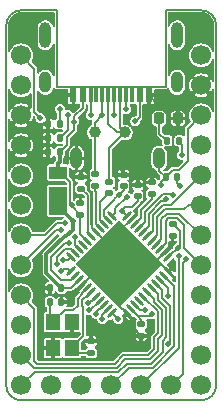
<source format=gtl>
G04 #@! TF.GenerationSoftware,KiCad,Pcbnew,(6.0.4)*
G04 #@! TF.CreationDate,2022-05-16T01:26:14+08:00*
G04 #@! TF.ProjectId,whale,7768616c-652e-46b6-9963-61645f706362,0.1*
G04 #@! TF.SameCoordinates,Original*
G04 #@! TF.FileFunction,Copper,L1,Top*
G04 #@! TF.FilePolarity,Positive*
%FSLAX46Y46*%
G04 Gerber Fmt 4.6, Leading zero omitted, Abs format (unit mm)*
G04 Created by KiCad (PCBNEW (6.0.4)) date 2022-05-16 01:26:14*
%MOMM*%
%LPD*%
G01*
G04 APERTURE LIST*
G04 Aperture macros list*
%AMRoundRect*
0 Rectangle with rounded corners*
0 $1 Rounding radius*
0 $2 $3 $4 $5 $6 $7 $8 $9 X,Y pos of 4 corners*
0 Add a 4 corners polygon primitive as box body*
4,1,4,$2,$3,$4,$5,$6,$7,$8,$9,$2,$3,0*
0 Add four circle primitives for the rounded corners*
1,1,$1+$1,$2,$3*
1,1,$1+$1,$4,$5*
1,1,$1+$1,$6,$7*
1,1,$1+$1,$8,$9*
0 Add four rect primitives between the rounded corners*
20,1,$1+$1,$2,$3,$4,$5,0*
20,1,$1+$1,$4,$5,$6,$7,0*
20,1,$1+$1,$6,$7,$8,$9,0*
20,1,$1+$1,$8,$9,$2,$3,0*%
%AMHorizOval*
0 Thick line with rounded ends*
0 $1 width*
0 $2 $3 position (X,Y) of the first rounded end (center of the circle)*
0 $4 $5 position (X,Y) of the second rounded end (center of the circle)*
0 Add line between two ends*
20,1,$1,$2,$3,$4,$5,0*
0 Add two circle primitives to create the rounded ends*
1,1,$1,$2,$3*
1,1,$1,$4,$5*%
%AMRotRect*
0 Rectangle, with rotation*
0 The origin of the aperture is its center*
0 $1 length*
0 $2 width*
0 $3 Rotation angle, in degrees counterclockwise*
0 Add horizontal line*
21,1,$1,$2,0,0,$3*%
G04 Aperture macros list end*
G04 #@! TA.AperFunction,Profile*
%ADD10C,0.150000*%
G04 #@! TD*
G04 #@! TA.AperFunction,SMDPad,CuDef*
%ADD11RoundRect,0.147500X-0.147500X-0.172500X0.147500X-0.172500X0.147500X0.172500X-0.147500X0.172500X0*%
G04 #@! TD*
G04 #@! TA.AperFunction,SMDPad,CuDef*
%ADD12RoundRect,0.147500X0.172500X-0.147500X0.172500X0.147500X-0.172500X0.147500X-0.172500X-0.147500X0*%
G04 #@! TD*
G04 #@! TA.AperFunction,SMDPad,CuDef*
%ADD13R,1.200000X1.400000*%
G04 #@! TD*
G04 #@! TA.AperFunction,SMDPad,CuDef*
%ADD14R,1.500000X2.400000*%
G04 #@! TD*
G04 #@! TA.AperFunction,SMDPad,CuDef*
%ADD15R,1.500000X1.050000*%
G04 #@! TD*
G04 #@! TA.AperFunction,ComponentPad*
%ADD16O,1.000000X1.800000*%
G04 #@! TD*
G04 #@! TA.AperFunction,ComponentPad*
%ADD17O,1.000000X2.200000*%
G04 #@! TD*
G04 #@! TA.AperFunction,SMDPad,CuDef*
%ADD18R,0.600000X1.150000*%
G04 #@! TD*
G04 #@! TA.AperFunction,SMDPad,CuDef*
%ADD19R,0.300000X1.150000*%
G04 #@! TD*
G04 #@! TA.AperFunction,ComponentPad*
%ADD20C,1.700000*%
G04 #@! TD*
G04 #@! TA.AperFunction,ComponentPad*
%ADD21C,1.000000*%
G04 #@! TD*
G04 #@! TA.AperFunction,SMDPad,CuDef*
%ADD22HorizOval,0.300000X0.282843X-0.282843X-0.282843X0.282843X0*%
G04 #@! TD*
G04 #@! TA.AperFunction,SMDPad,CuDef*
%ADD23HorizOval,0.300000X0.282843X0.282843X-0.282843X-0.282843X0*%
G04 #@! TD*
G04 #@! TA.AperFunction,SMDPad,CuDef*
%ADD24RotRect,5.200000X5.200000X315.000000*%
G04 #@! TD*
G04 #@! TA.AperFunction,SMDPad,CuDef*
%ADD25RoundRect,0.147500X-0.172500X0.147500X-0.172500X-0.147500X0.172500X-0.147500X0.172500X0.147500X0*%
G04 #@! TD*
G04 #@! TA.AperFunction,SMDPad,CuDef*
%ADD26RoundRect,0.147500X0.147500X0.172500X-0.147500X0.172500X-0.147500X-0.172500X0.147500X-0.172500X0*%
G04 #@! TD*
G04 #@! TA.AperFunction,SMDPad,CuDef*
%ADD27RoundRect,0.135000X0.135000X0.185000X-0.135000X0.185000X-0.135000X-0.185000X0.135000X-0.185000X0*%
G04 #@! TD*
G04 #@! TA.AperFunction,SMDPad,CuDef*
%ADD28RoundRect,0.218750X0.218750X0.256250X-0.218750X0.256250X-0.218750X-0.256250X0.218750X-0.256250X0*%
G04 #@! TD*
G04 #@! TA.AperFunction,ViaPad*
%ADD29C,0.500000*%
G04 #@! TD*
G04 #@! TA.AperFunction,Conductor*
%ADD30C,0.310000*%
G04 #@! TD*
G04 #@! TA.AperFunction,Conductor*
%ADD31C,0.160000*%
G04 #@! TD*
G04 APERTURE END LIST*
D10*
X30830000Y-22823554D02*
X30830000Y-29343554D01*
X27830000Y-55843554D02*
X43070000Y-55843554D01*
X26559946Y-54573554D02*
G75*
G03*
X27830000Y-55843554I1270054J54D01*
G01*
X26560000Y-24093554D02*
X26560000Y-54573554D01*
X30830000Y-29343554D02*
X40080000Y-29343554D01*
X27830000Y-22823554D02*
X30830000Y-22823554D01*
X40070000Y-22823554D02*
X43070000Y-22823554D01*
X43070000Y-55843500D02*
G75*
G03*
X44340000Y-54573554I100J1269900D01*
G01*
X40080000Y-29343554D02*
X40070000Y-22823554D01*
X44339946Y-24093554D02*
G75*
G03*
X43070000Y-22823554I-1269946J54D01*
G01*
X44340000Y-54573554D02*
X44340000Y-24093554D01*
X27830000Y-22823550D02*
G75*
G03*
X26560000Y-24093554I80J-1270080D01*
G01*
D11*
X30265000Y-47533554D03*
X31235000Y-47533554D03*
D12*
X33750000Y-51818554D03*
X33750000Y-50848554D03*
D13*
X32150000Y-51433554D03*
X32150000Y-49233554D03*
X30550000Y-49233554D03*
X30550000Y-51433554D03*
D12*
X34100000Y-37668554D03*
X34100000Y-36698554D03*
X35300000Y-38318554D03*
X35300000Y-37348554D03*
D11*
X30115000Y-34833554D03*
X31085000Y-34833554D03*
D12*
X32900000Y-37918554D03*
X32900000Y-36948554D03*
X37700000Y-38568554D03*
X37700000Y-37598554D03*
D14*
X30950000Y-38933554D03*
D15*
X30950000Y-36558554D03*
D12*
X32850000Y-40118554D03*
X32850000Y-39148554D03*
D11*
X40065000Y-36933554D03*
X41035000Y-36933554D03*
D16*
X29875000Y-28923554D03*
X41025000Y-28923554D03*
D17*
X29875000Y-24923554D03*
X41025000Y-24923554D03*
D18*
X38650000Y-30023554D03*
X32250000Y-30023554D03*
X33050000Y-30023554D03*
X37850000Y-30023554D03*
D19*
X36700000Y-30023554D03*
X35700000Y-30023554D03*
X35200000Y-30023554D03*
X34200000Y-30023554D03*
X33700000Y-30023554D03*
X34700000Y-30023554D03*
X36200000Y-30023554D03*
X37200000Y-30023554D03*
D20*
X40530000Y-54573554D03*
X37990000Y-54573554D03*
X35450000Y-54573554D03*
X32910000Y-54573554D03*
X30370000Y-54573554D03*
D21*
X34070000Y-33160000D03*
X36610000Y-33160000D03*
D20*
X27830000Y-54573554D03*
X27830000Y-52033554D03*
X27830000Y-49493554D03*
X27830000Y-46953554D03*
X27830000Y-44413554D03*
X27830000Y-41873554D03*
X27830000Y-39333554D03*
X27830000Y-36793554D03*
X27830000Y-34253554D03*
X27830000Y-31713554D03*
X27830000Y-29173554D03*
X27830000Y-26633554D03*
X43070000Y-26633554D03*
X43070000Y-29173554D03*
X43070000Y-31713554D03*
X43070000Y-34253554D03*
X43070000Y-36793554D03*
X43070000Y-39333554D03*
X43070000Y-41873554D03*
X43070000Y-44413554D03*
X43070000Y-46953554D03*
X43070000Y-49493554D03*
X43070000Y-52033554D03*
X43070000Y-54573554D03*
D11*
X30115000Y-32433554D03*
X31085000Y-32433554D03*
X30115000Y-33633554D03*
X31085000Y-33633554D03*
D22*
X35548959Y-40196979D03*
X35195406Y-40550533D03*
X34841852Y-40904086D03*
X34488299Y-41257640D03*
X34134746Y-41611193D03*
X33781192Y-41964746D03*
X33427639Y-42318300D03*
X33074086Y-42671853D03*
X32720532Y-43025406D03*
X32366979Y-43378960D03*
X32013425Y-43732513D03*
D23*
X32013425Y-44934595D03*
X32366979Y-45288148D03*
X32720532Y-45641702D03*
X33074086Y-45995255D03*
X33427639Y-46348808D03*
X33781192Y-46702362D03*
X34134746Y-47055915D03*
X34488299Y-47409468D03*
X34841852Y-47763022D03*
X35195406Y-48116575D03*
X35548959Y-48470129D03*
D22*
X36751041Y-48470129D03*
X37104594Y-48116575D03*
X37458148Y-47763022D03*
X37811701Y-47409468D03*
X38165254Y-47055915D03*
X38518808Y-46702362D03*
X38872361Y-46348808D03*
X39225914Y-45995255D03*
X39579468Y-45641702D03*
X39933021Y-45288148D03*
X40286575Y-44934595D03*
D23*
X40286575Y-43732513D03*
X39933021Y-43378960D03*
X39579468Y-43025406D03*
X39225914Y-42671853D03*
X38872361Y-42318300D03*
X38518808Y-41964746D03*
X38165254Y-41611193D03*
X37811701Y-41257640D03*
X37458148Y-40904086D03*
X37104594Y-40550533D03*
X36751041Y-40196979D03*
D24*
X36150000Y-44333554D03*
D12*
X36500000Y-37718554D03*
X36500000Y-36748554D03*
D25*
X40650000Y-40948554D03*
X40650000Y-41918554D03*
X38000000Y-49398554D03*
X38000000Y-50368554D03*
D26*
X31235000Y-46333554D03*
X30265000Y-46333554D03*
D12*
X38900000Y-38368554D03*
X38900000Y-37398554D03*
D16*
X32510000Y-35363554D03*
D27*
X41230000Y-33860000D03*
X40210000Y-33860000D03*
D28*
X41087500Y-31980000D03*
X39512500Y-31980000D03*
D16*
X39510000Y-35363554D03*
D29*
X38900000Y-48533554D03*
X41250000Y-37683554D03*
X41100000Y-42933554D03*
X41460500Y-35100000D03*
X36350000Y-39783554D03*
X32250000Y-40683554D03*
X34700000Y-49683554D03*
X34700000Y-51083554D03*
X29450000Y-49433554D03*
X29900000Y-27033554D03*
X40490000Y-35470000D03*
X38510000Y-31300000D03*
X29450000Y-48033554D03*
X36400000Y-51533554D03*
X38970000Y-33010000D03*
X41340000Y-33070000D03*
X33600000Y-50133554D03*
X29450000Y-46633554D03*
X37250000Y-50133554D03*
X33600000Y-48933554D03*
X29450000Y-50833554D03*
X32150000Y-36833554D03*
X32960000Y-33130000D03*
X28450000Y-45683554D03*
X38600000Y-51083554D03*
X35830000Y-35970000D03*
X29450000Y-52233554D03*
X30400000Y-35583554D03*
X41000000Y-27033554D03*
X31120000Y-31173554D03*
X36730000Y-31193554D03*
X33730000Y-31683554D03*
X31770000Y-31673554D03*
X39650000Y-37633554D03*
X31900000Y-42533554D03*
X32350000Y-42033554D03*
X31400000Y-43933554D03*
X30850000Y-44333554D03*
X40300000Y-51033554D03*
X36750000Y-38633554D03*
X31200000Y-41433554D03*
X40300000Y-47033554D03*
X31550000Y-40833554D03*
X38300000Y-48233554D03*
X33450000Y-47583554D03*
X33600000Y-48233554D03*
X34200000Y-48533554D03*
X29450000Y-31933554D03*
X34700000Y-48983554D03*
X41150000Y-43633554D03*
X40100000Y-38833554D03*
X41800000Y-43883554D03*
X40650000Y-38433554D03*
X31200000Y-44933554D03*
X35700000Y-31723554D03*
X34690000Y-31723554D03*
X36100000Y-38433554D03*
X37482000Y-32221554D03*
X32110000Y-39333554D03*
X32330000Y-32240000D03*
X36050000Y-48983554D03*
D30*
X31500000Y-41933554D02*
X31650000Y-41933554D01*
D31*
X37721573Y-48733554D02*
X37104594Y-48116575D01*
X36350000Y-39783554D02*
X36650000Y-39483554D01*
X40800000Y-43219088D02*
X40814466Y-43219088D01*
X38000000Y-49011981D02*
X37721573Y-48733554D01*
X36500000Y-39945938D02*
X36500000Y-39933554D01*
X32028680Y-46333554D02*
X31235000Y-46333554D01*
D30*
X29950000Y-45033554D02*
X31235000Y-46318554D01*
D31*
X32720532Y-45641702D02*
X32028680Y-46333554D01*
X41035000Y-36933554D02*
X41035000Y-37468554D01*
X36350000Y-39783554D02*
X36751041Y-40196979D01*
X36350000Y-39783554D02*
X36500000Y-39945938D01*
X41250000Y-42783554D02*
X41250000Y-41533554D01*
X36650000Y-39483554D02*
X37200000Y-39483554D01*
X41035000Y-37468554D02*
X41250000Y-37683554D01*
X40800000Y-43219088D02*
X40286575Y-43732513D01*
X41460500Y-35100000D02*
X41460500Y-34210500D01*
X40814466Y-43219088D02*
X41100000Y-42933554D01*
X36500000Y-39933554D02*
X36300000Y-39733554D01*
X38000000Y-49398554D02*
X38000000Y-49011981D01*
X36350000Y-39783554D02*
X36500000Y-39933554D01*
X36500000Y-39945938D02*
X36300000Y-39733554D01*
X41100000Y-42933554D02*
X41250000Y-42783554D01*
X37700000Y-38983554D02*
X37700000Y-38568554D01*
D30*
X31450000Y-41983554D02*
X31500000Y-41933554D01*
X29950000Y-43483554D02*
X29950000Y-45033554D01*
X31650000Y-41933554D02*
X32200000Y-41383554D01*
D31*
X37200000Y-39483554D02*
X37700000Y-38983554D01*
D30*
X31450000Y-41983554D02*
X29950000Y-43483554D01*
D31*
X41460500Y-34210500D02*
X41240000Y-33990000D01*
D30*
X32250000Y-41333554D02*
X32250000Y-40683554D01*
D31*
X38700000Y-48733554D02*
X38900000Y-48533554D01*
X41250000Y-41533554D02*
X40665000Y-40948554D01*
D30*
X30950000Y-39383554D02*
X32250000Y-40683554D01*
X32200000Y-41383554D02*
X32250000Y-41333554D01*
D31*
X38700000Y-48733554D02*
X37721573Y-48733554D01*
X38215000Y-37598554D02*
X38300000Y-37683554D01*
X30550000Y-51433554D02*
X29750000Y-51433554D01*
X37600000Y-39583554D02*
X38300000Y-38883554D01*
X36500000Y-36748554D02*
X36500000Y-36640000D01*
X37400000Y-49783554D02*
X37985000Y-50368554D01*
X32300000Y-36983554D02*
X32150000Y-36833554D01*
X37700000Y-37083554D02*
X37700000Y-37598554D01*
X38650000Y-30023554D02*
X39448223Y-30821777D01*
X37104594Y-40550533D02*
X37600000Y-40055127D01*
X36500000Y-36640000D02*
X35830000Y-35970000D01*
X30750000Y-50333554D02*
X30550000Y-50533554D01*
X36500000Y-36748554D02*
X37365000Y-36748554D01*
X38385000Y-37398554D02*
X38900000Y-37398554D01*
X30600000Y-52383554D02*
X30550000Y-52333554D01*
X34735787Y-44333554D02*
X33074086Y-45995255D01*
X32000000Y-47533554D02*
X31235000Y-47533554D01*
X32900000Y-36948554D02*
X32265000Y-36948554D01*
X34400000Y-52383554D02*
X30600000Y-52383554D01*
X34600000Y-52183554D02*
X34400000Y-52383554D01*
X33800000Y-41276447D02*
X33800000Y-38283554D01*
X38978427Y-44333554D02*
X39933021Y-43378960D01*
X30115000Y-33633554D02*
X30115000Y-34833554D01*
X29350000Y-32483554D02*
X29400000Y-32433554D01*
X33500000Y-37033554D02*
X33415000Y-36948554D01*
X30350000Y-46933554D02*
X31150000Y-46933554D01*
X30265000Y-46848554D02*
X30350000Y-46933554D01*
X31010000Y-30023554D02*
X30115000Y-30918554D01*
X32464000Y-38633554D02*
X32269520Y-38439074D01*
X37700000Y-37598554D02*
X38215000Y-37598554D01*
X34134746Y-41611193D02*
X36150000Y-43626447D01*
X33500000Y-37983554D02*
X33500000Y-37033554D01*
X37365000Y-36748554D02*
X37700000Y-37083554D01*
X30115000Y-30918554D02*
X30115000Y-32433554D01*
X41067500Y-32370000D02*
X41067500Y-31176054D01*
X32150000Y-50133554D02*
X31950000Y-50333554D01*
X32269520Y-36953074D02*
X32150000Y-36833554D01*
X38300000Y-38883554D02*
X38300000Y-37683554D01*
X36751041Y-48470129D02*
X36150000Y-47869088D01*
X32150000Y-46919341D02*
X32150000Y-47383554D01*
X29400000Y-32433554D02*
X30115000Y-32433554D01*
X31950000Y-50333554D02*
X30750000Y-50333554D01*
X41067500Y-31176054D02*
X41421777Y-30821777D01*
X32850000Y-39148554D02*
X32850000Y-38633554D01*
X38300000Y-37683554D02*
X38300000Y-37483554D01*
X37104594Y-40550533D02*
X36150000Y-41505127D01*
X30115000Y-32433554D02*
X30115000Y-33633554D01*
X32265000Y-36948554D02*
X32150000Y-36833554D01*
X38300000Y-37483554D02*
X38385000Y-37398554D01*
X40650000Y-41918554D02*
X40650000Y-42661981D01*
X30550000Y-52333554D02*
X30550000Y-51433554D01*
X33415000Y-36948554D02*
X32900000Y-36948554D01*
X39685534Y-44333554D02*
X40286575Y-44934595D01*
X39448223Y-30821777D02*
X41421777Y-30821777D01*
X32269520Y-38439074D02*
X32269520Y-36953074D01*
X40650000Y-42661981D02*
X39933021Y-43378960D01*
X37600000Y-40055127D02*
X37600000Y-39583554D01*
X37400000Y-49119088D02*
X36751041Y-48470129D01*
X31150000Y-46933554D02*
X31235000Y-47018554D01*
X33800000Y-38283554D02*
X33500000Y-37983554D01*
X32150000Y-47383554D02*
X32000000Y-47533554D01*
X28600000Y-32483554D02*
X29350000Y-32483554D01*
X28600000Y-33483554D02*
X28600000Y-32483554D01*
X31235000Y-47018554D02*
X31235000Y-47533554D01*
X32250000Y-30023554D02*
X31010000Y-30023554D01*
X28600000Y-32483554D02*
X27830000Y-31713554D01*
X37400000Y-49783554D02*
X37400000Y-49119088D01*
X34134746Y-41611193D02*
X33800000Y-41276447D01*
X32850000Y-38633554D02*
X32464000Y-38633554D01*
X41421777Y-30821777D02*
X43070000Y-29173554D01*
X30265000Y-46333554D02*
X30265000Y-46848554D01*
X33074086Y-45995255D02*
X32150000Y-46919341D01*
X32150000Y-49233554D02*
X32150000Y-50133554D01*
X29700000Y-51383554D02*
X29750000Y-51433554D01*
X30550000Y-50533554D02*
X30550000Y-51433554D01*
X27830000Y-34253554D02*
X28600000Y-33483554D01*
X31500000Y-48183554D02*
X32250000Y-48183554D01*
X33000000Y-46776447D02*
X33427639Y-46348808D01*
X32250000Y-48183554D02*
X32600000Y-47833554D01*
X32600000Y-47833554D02*
X32600000Y-47233554D01*
X30550000Y-49133554D02*
X31500000Y-48183554D01*
X32600000Y-47233554D02*
X33000000Y-46833554D01*
X30265000Y-47533554D02*
X30265000Y-48948554D01*
X33450000Y-38433554D02*
X33450000Y-41633554D01*
X32935000Y-37918554D02*
X33450000Y-38433554D01*
X36730000Y-31193554D02*
X36700000Y-30023554D01*
X31120000Y-32398554D02*
X31120000Y-31173554D01*
X31085000Y-32433554D02*
X31100000Y-32433554D01*
X31085000Y-32433554D02*
X31120000Y-32398554D01*
X31770000Y-32948554D02*
X31770000Y-31673554D01*
X33700000Y-31653554D02*
X33700000Y-30023554D01*
X31085000Y-33633554D02*
X31770000Y-32948554D01*
X33730000Y-31683554D02*
X33700000Y-31653554D01*
X39650000Y-37633554D02*
X39650000Y-37383554D01*
X30350000Y-44783554D02*
X30350000Y-43733554D01*
X32021573Y-45633554D02*
X31200000Y-45633554D01*
X40065000Y-36918554D02*
X40650000Y-36333554D01*
X39650000Y-37383554D02*
X40065000Y-36968554D01*
X40065000Y-36933554D02*
X39520000Y-36388554D01*
X31200000Y-45633554D02*
X30350000Y-44783554D01*
X41200000Y-36333554D02*
X41950000Y-35583554D01*
X40650000Y-36333554D02*
X41200000Y-36333554D01*
X31550000Y-42533554D02*
X31900000Y-42533554D01*
X39520000Y-36388554D02*
X39520000Y-35343554D01*
X41950000Y-35583554D02*
X41950000Y-32833554D01*
X41950000Y-32833554D02*
X43070000Y-31713554D01*
X30350000Y-43733554D02*
X31550000Y-42533554D01*
X32366979Y-45288148D02*
X32021573Y-45633554D01*
X39850000Y-39333554D02*
X40530000Y-39333554D01*
X39000000Y-40183554D02*
X39000000Y-41483554D01*
X40530000Y-39333554D02*
X43070000Y-36793554D01*
X39000000Y-40183554D02*
X39850000Y-39333554D01*
X39000000Y-41483554D02*
X38518808Y-41964746D01*
X42000000Y-39333554D02*
X41650000Y-39683554D01*
X39350000Y-40333554D02*
X40000000Y-39683554D01*
X39350000Y-40333554D02*
X39350000Y-41840661D01*
X43070000Y-39333554D02*
X42000000Y-39333554D01*
X41650000Y-39683554D02*
X40000000Y-39683554D01*
X39350000Y-41840661D02*
X38872361Y-42318300D01*
X40150000Y-40033554D02*
X41230000Y-40033554D01*
X39700000Y-40483554D02*
X39700000Y-42197767D01*
X39700000Y-42197767D02*
X39225914Y-42671853D01*
X41230000Y-40033554D02*
X43070000Y-41873554D01*
X39700000Y-40483554D02*
X40150000Y-40033554D01*
X40300000Y-40383554D02*
X41000000Y-40383554D01*
X41600000Y-42943554D02*
X43070000Y-44413554D01*
X41000000Y-40383554D02*
X41600000Y-40983554D01*
X40050000Y-40633554D02*
X40300000Y-40383554D01*
X40050000Y-40633554D02*
X40050000Y-42554874D01*
X40050000Y-42554874D02*
X39579468Y-43025406D01*
X41600000Y-40983554D02*
X41600000Y-42943554D01*
X32400000Y-42704874D02*
X32400000Y-42083554D01*
X32400000Y-42083554D02*
X32350000Y-42033554D01*
X31812384Y-43933554D02*
X32013425Y-43732513D01*
X31400000Y-43933554D02*
X31812384Y-43933554D01*
X30900000Y-43683554D02*
X30900000Y-44283554D01*
X30900000Y-43683554D02*
X31550000Y-43033554D01*
X31550000Y-43033554D02*
X32021573Y-43033554D01*
X32021573Y-43033554D02*
X32366979Y-43378960D01*
X30900000Y-44283554D02*
X30850000Y-44333554D01*
X40450000Y-47883554D02*
X39750000Y-47183554D01*
X39750000Y-46519341D02*
X39225914Y-45995255D01*
X40450000Y-47883554D02*
X40450000Y-50883554D01*
X40450000Y-50883554D02*
X40300000Y-51033554D01*
X39750000Y-47183554D02*
X39750000Y-46519341D01*
X39800000Y-50783554D02*
X40100000Y-50483554D01*
X38850000Y-52733554D02*
X39800000Y-51783554D01*
X27830000Y-54573554D02*
X28970000Y-53433554D01*
X36750000Y-52733554D02*
X38850000Y-52733554D01*
X28970000Y-53433554D02*
X36050000Y-53433554D01*
X40100000Y-48033554D02*
X39400000Y-47333554D01*
X39400000Y-46876447D02*
X38872361Y-46348808D01*
X40100000Y-50483554D02*
X40100000Y-48033554D01*
X36050000Y-53433554D02*
X36750000Y-52733554D01*
X39800000Y-51783554D02*
X39800000Y-50783554D01*
X39400000Y-47333554D02*
X39400000Y-46876447D01*
X39750000Y-48183554D02*
X39750000Y-50333554D01*
X39050000Y-47233554D02*
X39050000Y-47483554D01*
X39450000Y-51633554D02*
X38700000Y-52383554D01*
X36600000Y-52383554D02*
X35900000Y-53083554D01*
X38518808Y-46702362D02*
X39050000Y-47233554D01*
X38700000Y-52383554D02*
X36600000Y-52383554D01*
X28880000Y-53083554D02*
X27830000Y-52033554D01*
X35900000Y-53083554D02*
X28880000Y-53083554D01*
X39050000Y-47483554D02*
X39750000Y-48183554D01*
X39450000Y-50633554D02*
X39450000Y-51633554D01*
X39750000Y-50333554D02*
X39450000Y-50633554D01*
X35800000Y-39583554D02*
X36750000Y-38633554D01*
X35800000Y-39945938D02*
X35548959Y-40196979D01*
X35800000Y-39633554D02*
X35800000Y-39945938D01*
X35800000Y-39633554D02*
X35800000Y-39583554D01*
X27830000Y-46953554D02*
X28950000Y-48073554D01*
X39400000Y-50183554D02*
X39400000Y-48290661D01*
X38550000Y-52033554D02*
X39100000Y-51483554D01*
X39100000Y-50483554D02*
X39400000Y-50183554D01*
X39400000Y-48290661D02*
X38165254Y-47055915D01*
X28950000Y-48073554D02*
X28950000Y-52483554D01*
X35750000Y-52733554D02*
X36450000Y-52033554D01*
X28950000Y-52483554D02*
X29200000Y-52733554D01*
X36450000Y-52033554D02*
X38550000Y-52033554D01*
X29200000Y-52733554D02*
X35750000Y-52733554D01*
X39100000Y-51483554D02*
X39100000Y-50483554D01*
X31200000Y-41433554D02*
X30810000Y-41433554D01*
X40300000Y-46362234D02*
X39579468Y-45641702D01*
X40300000Y-47033554D02*
X40300000Y-46362234D01*
X30810000Y-41433554D02*
X27830000Y-44413554D01*
X31550000Y-40833554D02*
X30900000Y-40833554D01*
X29860000Y-41873554D02*
X27830000Y-41873554D01*
X37928680Y-48233554D02*
X37458148Y-47763022D01*
X30900000Y-40833554D02*
X29860000Y-41873554D01*
X38300000Y-48233554D02*
X37928680Y-48233554D01*
X33607107Y-47583554D02*
X34134746Y-47055915D01*
X33450000Y-47583554D02*
X33607107Y-47583554D01*
X33664213Y-48233554D02*
X34488299Y-47409468D01*
X33600000Y-48233554D02*
X33664213Y-48233554D01*
X34200000Y-48533554D02*
X34200000Y-48404874D01*
X34200000Y-48404874D02*
X34841852Y-47763022D01*
X29450000Y-31933554D02*
X28950000Y-31433554D01*
X28950000Y-31433554D02*
X28950000Y-27753554D01*
X34700000Y-48983554D02*
X34700000Y-48611981D01*
X28950000Y-27753554D02*
X27830000Y-26633554D01*
X34700000Y-48611981D02*
X35195406Y-48116575D01*
X41150000Y-43633554D02*
X41150000Y-51413554D01*
X38650000Y-41126447D02*
X38165254Y-41611193D01*
X39700000Y-38983554D02*
X38650000Y-40033554D01*
X38650000Y-40033554D02*
X38650000Y-41126447D01*
X37990000Y-54573554D02*
X41150000Y-51413554D01*
X40100000Y-38833554D02*
X39950000Y-38983554D01*
X39950000Y-38983554D02*
X39700000Y-38983554D01*
X37811701Y-41257640D02*
X38300000Y-40769341D01*
X38300000Y-39883554D02*
X39850000Y-38333554D01*
X40550000Y-38333554D02*
X40650000Y-38433554D01*
X41500000Y-53603554D02*
X40530000Y-54573554D01*
X41800000Y-43883554D02*
X41500000Y-44183554D01*
X41500000Y-44183554D02*
X41500000Y-53603554D01*
X38300000Y-40769341D02*
X38300000Y-39883554D01*
X39850000Y-38333554D02*
X40550000Y-38333554D01*
X39000000Y-53083554D02*
X40800000Y-51283554D01*
X40800000Y-51283554D02*
X40800000Y-46155127D01*
X36940000Y-53083554D02*
X39000000Y-53083554D01*
X35450000Y-54573554D02*
X36940000Y-53083554D01*
X40800000Y-46155127D02*
X39933021Y-45288148D01*
X31762384Y-44683554D02*
X32013425Y-44934595D01*
X31762384Y-44683554D02*
X31450000Y-44683554D01*
X31450000Y-44683554D02*
X31200000Y-44933554D01*
X35300000Y-34470000D02*
X36610000Y-33160000D01*
X35902894Y-33160000D02*
X35200000Y-32457106D01*
X36610000Y-33160000D02*
X35902894Y-33160000D01*
X36200000Y-32750000D02*
X36200000Y-30023554D01*
X36610000Y-33160000D02*
X36200000Y-32750000D01*
X35200000Y-32457106D02*
X35200000Y-30023554D01*
X35300000Y-37348554D02*
X35300000Y-34470000D01*
X34070000Y-32343554D02*
X34690000Y-31723554D01*
X34070000Y-36668554D02*
X34070000Y-33160000D01*
X34100000Y-36698554D02*
X34070000Y-36668554D01*
X34690000Y-31723554D02*
X34700000Y-31293054D01*
X34070000Y-33160000D02*
X34070000Y-32343554D01*
X34700000Y-31293054D02*
X34700000Y-30223554D01*
X35700000Y-31723554D02*
X35700000Y-30023554D01*
X33750000Y-51818554D02*
X32535000Y-51818554D01*
X32950000Y-47833554D02*
X32950000Y-47383554D01*
X33100000Y-47983554D02*
X32950000Y-47833554D01*
X33100000Y-50383554D02*
X33100000Y-47983554D01*
X32150000Y-51333554D02*
X33100000Y-50383554D01*
X33400000Y-47083554D02*
X33781192Y-46702362D01*
X33250000Y-47083554D02*
X33400000Y-47083554D01*
X32950000Y-47383554D02*
X33250000Y-47083554D01*
X34150000Y-38133554D02*
X34100000Y-38083554D01*
X34150000Y-40919341D02*
X34150000Y-38133554D01*
X34488299Y-41257640D02*
X34150000Y-40919341D01*
X34100000Y-38083554D02*
X34100000Y-37668554D01*
X34841852Y-40904086D02*
X34500000Y-40562234D01*
X34500000Y-39083554D02*
X35265000Y-38318554D01*
X34500000Y-40562234D02*
X34500000Y-39083554D01*
X37950000Y-40412234D02*
X37458148Y-40904086D01*
X37950000Y-39733554D02*
X38900000Y-38783554D01*
X38900000Y-38783554D02*
X38900000Y-38368554D01*
X37950000Y-39733554D02*
X37950000Y-40412234D01*
X37482000Y-32245554D02*
X37490000Y-32253554D01*
X35700000Y-38883554D02*
X35700000Y-38833554D01*
X34850000Y-40205127D02*
X34850000Y-39733554D01*
X31694520Y-33585480D02*
X32330000Y-32950000D01*
X31950000Y-39173554D02*
X31950000Y-37333554D01*
X35195406Y-40550533D02*
X34850000Y-40205127D01*
X32334511Y-31790000D02*
X33050000Y-31074511D01*
X31085000Y-34833554D02*
X31694520Y-34224034D01*
X31694520Y-34224034D02*
X31694520Y-33585480D01*
X32110000Y-39393554D02*
X32110000Y-39333554D01*
X36500000Y-38033554D02*
X36500000Y-37718554D01*
X32330000Y-32950000D02*
X32330000Y-32240000D01*
X33427639Y-42318300D02*
X32850000Y-41740661D01*
D30*
X31085000Y-35648554D02*
X31085000Y-34833554D01*
D31*
X32835000Y-40118554D02*
X32110000Y-39393554D01*
D30*
X30950000Y-36558554D02*
X30950000Y-35783554D01*
D31*
X35700000Y-38833554D02*
X36100000Y-38433554D01*
X36100000Y-38433554D02*
X36500000Y-38033554D01*
X32110000Y-39333554D02*
X31950000Y-39173554D01*
X32850000Y-40118554D02*
X32850000Y-41740661D01*
X34850000Y-39733554D02*
X35700000Y-38883554D01*
X37482000Y-32221554D02*
X37482000Y-32245554D01*
X37850000Y-31893554D02*
X37850000Y-30223554D01*
X33050000Y-31074511D02*
X33050000Y-30023554D01*
D30*
X30950000Y-35783554D02*
X31085000Y-35648554D01*
D31*
X31950000Y-37333554D02*
X31175000Y-36558554D01*
X37490000Y-32253554D02*
X37850000Y-31893554D01*
X32334511Y-32235489D02*
X32334511Y-31790000D01*
X36050000Y-48971170D02*
X35548959Y-48470129D01*
X36050000Y-48983554D02*
X36050000Y-48971170D01*
X40010000Y-33760000D02*
X39540000Y-33290000D01*
X39540000Y-33290000D02*
X39540000Y-32350000D01*
G04 #@! TA.AperFunction,Conductor*
G36*
X30923033Y-41752961D02*
G01*
X30933581Y-41761813D01*
X30949755Y-41777987D01*
X30955291Y-41780808D01*
X30955297Y-41780812D01*
X31024866Y-41816259D01*
X31061720Y-41855781D01*
X31064548Y-41909746D01*
X31044861Y-41942509D01*
X29739094Y-43248276D01*
X29734013Y-43252933D01*
X29704585Y-43277626D01*
X29685382Y-43310887D01*
X29681679Y-43316699D01*
X29659649Y-43348161D01*
X29657860Y-43354837D01*
X29654939Y-43361101D01*
X29654831Y-43361051D01*
X29654661Y-43361461D01*
X29654772Y-43361502D01*
X29652408Y-43367998D01*
X29648953Y-43373982D01*
X29647753Y-43380787D01*
X29642282Y-43411815D01*
X29640793Y-43418530D01*
X29630852Y-43455632D01*
X29631454Y-43462515D01*
X29631454Y-43462517D01*
X29634199Y-43493889D01*
X29634500Y-43500774D01*
X29634500Y-45016337D01*
X29634199Y-45023223D01*
X29631875Y-45049789D01*
X29630852Y-45061476D01*
X29640793Y-45098578D01*
X29642281Y-45105288D01*
X29648953Y-45143126D01*
X29652408Y-45149110D01*
X29654772Y-45155606D01*
X29654661Y-45155647D01*
X29654831Y-45156057D01*
X29654939Y-45156007D01*
X29657860Y-45162271D01*
X29659649Y-45168947D01*
X29663613Y-45174609D01*
X29663614Y-45174610D01*
X29681679Y-45200409D01*
X29685379Y-45206216D01*
X29704585Y-45239482D01*
X29709880Y-45243925D01*
X29734015Y-45264177D01*
X29739095Y-45268833D01*
X30188955Y-45718693D01*
X30211793Y-45767669D01*
X30197807Y-45819867D01*
X30153541Y-45850862D01*
X30133094Y-45853554D01*
X30074160Y-45853554D01*
X30069490Y-45853831D01*
X30050888Y-45856044D01*
X30039586Y-45859150D01*
X29946979Y-45900285D01*
X29935159Y-45908409D01*
X29864537Y-45979155D01*
X29856435Y-45990987D01*
X29815465Y-46083657D01*
X29812376Y-46094985D01*
X29810264Y-46113102D01*
X29810000Y-46117657D01*
X29810000Y-46159624D01*
X29813884Y-46170295D01*
X29819528Y-46173554D01*
X30346000Y-46173554D01*
X30396780Y-46192036D01*
X30423800Y-46238836D01*
X30425000Y-46252554D01*
X30425000Y-46799624D01*
X30428884Y-46810295D01*
X30434528Y-46813554D01*
X30455840Y-46813554D01*
X30460510Y-46813277D01*
X30479112Y-46811064D01*
X30490414Y-46807958D01*
X30583021Y-46766823D01*
X30594841Y-46758699D01*
X30665463Y-46687953D01*
X30673566Y-46676119D01*
X30677510Y-46667199D01*
X30714946Y-46628228D01*
X30768674Y-46622439D01*
X30813554Y-46652539D01*
X30821961Y-46667071D01*
X30826309Y-46676860D01*
X30826311Y-46676863D01*
X30829272Y-46683529D01*
X30910476Y-46764591D01*
X30917145Y-46767539D01*
X30917146Y-46767540D01*
X31009983Y-46808583D01*
X31009985Y-46808584D01*
X31015417Y-46810985D01*
X31021316Y-46811673D01*
X31021317Y-46811673D01*
X31039474Y-46813790D01*
X31039479Y-46813790D01*
X31041741Y-46814054D01*
X31232497Y-46814054D01*
X31428258Y-46814053D01*
X31430584Y-46813776D01*
X31430590Y-46813776D01*
X31441511Y-46812477D01*
X31455115Y-46810859D01*
X31461646Y-46807958D01*
X31553308Y-46767244D01*
X31553311Y-46767242D01*
X31559975Y-46764282D01*
X31641037Y-46683078D01*
X31645100Y-46673889D01*
X31668432Y-46621111D01*
X31705869Y-46582140D01*
X31740686Y-46574054D01*
X32020305Y-46574054D01*
X32024440Y-46574162D01*
X32058852Y-46575966D01*
X32058854Y-46575966D01*
X32067142Y-46576400D01*
X32091398Y-46567089D01*
X32103267Y-46563573D01*
X32128686Y-46558170D01*
X32136010Y-46552848D01*
X32154143Y-46543003D01*
X32154842Y-46542735D01*
X32154843Y-46542734D01*
X32162592Y-46539760D01*
X32180956Y-46521396D01*
X32190376Y-46513349D01*
X32211399Y-46498075D01*
X32215931Y-46490225D01*
X32228484Y-46473868D01*
X32364720Y-46337632D01*
X32413696Y-46314794D01*
X32465894Y-46328780D01*
X32490496Y-46356711D01*
X32492772Y-46361036D01*
X32497774Y-46359435D01*
X33018225Y-45838984D01*
X33067201Y-45816146D01*
X33119399Y-45830132D01*
X33129947Y-45838984D01*
X33230357Y-45939394D01*
X33253195Y-45988370D01*
X33239209Y-46040568D01*
X33230357Y-46051116D01*
X32714986Y-46566487D01*
X32710701Y-46575676D01*
X32716984Y-46580406D01*
X32725030Y-46583169D01*
X32767055Y-46617141D01*
X32777412Y-46670178D01*
X32774024Y-46682842D01*
X32770458Y-46688334D01*
X32769160Y-46696531D01*
X32769159Y-46696533D01*
X32767953Y-46704149D01*
X32745787Y-46747649D01*
X32435870Y-47057566D01*
X32432870Y-47060414D01*
X32401085Y-47089033D01*
X32397708Y-47096619D01*
X32397706Y-47096621D01*
X32390521Y-47112760D01*
X32384606Y-47123654D01*
X32374981Y-47138475D01*
X32374980Y-47138478D01*
X32370458Y-47145441D01*
X32369159Y-47153642D01*
X32369041Y-47154386D01*
X32363185Y-47174157D01*
X32359500Y-47182434D01*
X32359500Y-47208411D01*
X32358527Y-47220769D01*
X32356307Y-47234788D01*
X32354464Y-47246422D01*
X32356614Y-47254444D01*
X32356808Y-47255170D01*
X32359500Y-47275617D01*
X32359500Y-47701212D01*
X32341018Y-47751992D01*
X32336362Y-47757073D01*
X32173521Y-47919915D01*
X32124545Y-47942753D01*
X32117659Y-47943054D01*
X31735277Y-47943054D01*
X31684497Y-47924572D01*
X31657477Y-47877772D01*
X31663023Y-47832111D01*
X31684534Y-47783453D01*
X31687624Y-47772123D01*
X31689736Y-47754006D01*
X31690000Y-47749451D01*
X31690000Y-47707484D01*
X31686116Y-47696813D01*
X31680472Y-47693554D01*
X31154000Y-47693554D01*
X31103220Y-47675072D01*
X31076200Y-47628272D01*
X31075000Y-47614554D01*
X31075000Y-47359624D01*
X31395000Y-47359624D01*
X31398884Y-47370295D01*
X31404528Y-47373554D01*
X31676070Y-47373554D01*
X31686741Y-47369670D01*
X31690000Y-47364026D01*
X31690000Y-47317714D01*
X31689723Y-47313044D01*
X31687510Y-47294442D01*
X31684404Y-47283140D01*
X31643269Y-47190533D01*
X31635145Y-47178713D01*
X31564399Y-47108091D01*
X31552567Y-47099989D01*
X31459897Y-47059019D01*
X31448569Y-47055930D01*
X31430452Y-47053818D01*
X31425897Y-47053554D01*
X31408930Y-47053554D01*
X31398259Y-47057438D01*
X31395000Y-47063082D01*
X31395000Y-47359624D01*
X31075000Y-47359624D01*
X31075000Y-47067484D01*
X31071116Y-47056813D01*
X31065472Y-47053554D01*
X31044160Y-47053554D01*
X31039490Y-47053831D01*
X31020888Y-47056044D01*
X31009586Y-47059150D01*
X30916979Y-47100285D01*
X30905159Y-47108409D01*
X30834537Y-47179155D01*
X30826434Y-47190989D01*
X30822490Y-47199909D01*
X30785054Y-47238880D01*
X30731326Y-47244669D01*
X30686446Y-47214569D01*
X30678039Y-47200037D01*
X30673691Y-47190248D01*
X30673689Y-47190245D01*
X30670728Y-47183579D01*
X30661290Y-47174157D01*
X30594685Y-47107669D01*
X30589524Y-47102517D01*
X30559024Y-47089033D01*
X30490017Y-47058525D01*
X30490015Y-47058524D01*
X30484583Y-47056123D01*
X30478684Y-47055435D01*
X30478683Y-47055435D01*
X30460526Y-47053318D01*
X30460521Y-47053318D01*
X30458259Y-47053054D01*
X30267503Y-47053054D01*
X30071742Y-47053055D01*
X30069416Y-47053332D01*
X30069410Y-47053332D01*
X30058489Y-47054631D01*
X30044885Y-47056249D01*
X30039466Y-47058656D01*
X29946692Y-47099864D01*
X29946689Y-47099866D01*
X29940025Y-47102826D01*
X29858963Y-47184030D01*
X29856015Y-47190699D01*
X29856014Y-47190700D01*
X29816676Y-47279682D01*
X29812569Y-47288971D01*
X29811881Y-47294870D01*
X29811881Y-47294871D01*
X29809816Y-47312588D01*
X29809500Y-47315295D01*
X29809501Y-47751812D01*
X29809778Y-47754138D01*
X29809778Y-47754144D01*
X29811077Y-47765065D01*
X29812695Y-47778669D01*
X29815102Y-47784088D01*
X29856310Y-47876862D01*
X29856312Y-47876865D01*
X29859272Y-47883529D01*
X29864435Y-47888683D01*
X29892681Y-47916880D01*
X29940476Y-47964591D01*
X29947145Y-47967539D01*
X29947146Y-47967540D01*
X29977443Y-47980934D01*
X30016414Y-48018371D01*
X30024500Y-48053188D01*
X30024500Y-48294054D01*
X30006018Y-48344834D01*
X29959218Y-48371854D01*
X29945500Y-48373054D01*
X29934194Y-48373054D01*
X29918941Y-48376088D01*
X29895006Y-48380849D01*
X29895005Y-48380849D01*
X29887376Y-48382367D01*
X29834286Y-48417840D01*
X29798813Y-48470930D01*
X29789500Y-48517748D01*
X29789500Y-49949360D01*
X29798813Y-49996178D01*
X29834286Y-50049268D01*
X29887376Y-50084741D01*
X29895005Y-50086259D01*
X29895006Y-50086259D01*
X29912155Y-50089670D01*
X29934194Y-50094054D01*
X31165806Y-50094054D01*
X31187845Y-50089670D01*
X31204994Y-50086259D01*
X31204995Y-50086259D01*
X31212624Y-50084741D01*
X31265714Y-50049268D01*
X31284615Y-50020981D01*
X31328192Y-49989027D01*
X31382116Y-49992561D01*
X31415986Y-50020981D01*
X31430325Y-50042441D01*
X31441113Y-50053229D01*
X31481103Y-50079949D01*
X31495201Y-50085789D01*
X31530428Y-50092796D01*
X31538125Y-50093554D01*
X31976070Y-50093554D01*
X31986741Y-50089670D01*
X31990000Y-50084026D01*
X31990000Y-49152554D01*
X32008482Y-49101774D01*
X32055282Y-49074754D01*
X32069000Y-49073554D01*
X32231000Y-49073554D01*
X32281780Y-49092036D01*
X32308800Y-49138836D01*
X32310000Y-49152554D01*
X32310000Y-50079623D01*
X32313884Y-50090294D01*
X32319528Y-50093553D01*
X32761883Y-50093553D01*
X32772755Y-50092482D01*
X32825103Y-50105897D01*
X32856580Y-50149822D01*
X32859500Y-50171101D01*
X32859500Y-50251213D01*
X32841018Y-50301993D01*
X32836361Y-50307074D01*
X32593520Y-50549915D01*
X32544544Y-50572753D01*
X32537659Y-50573054D01*
X31534194Y-50573054D01*
X31527870Y-50574312D01*
X31495006Y-50580849D01*
X31495005Y-50580849D01*
X31487376Y-50582367D01*
X31434286Y-50617840D01*
X31415385Y-50646127D01*
X31371808Y-50678081D01*
X31317884Y-50674547D01*
X31284014Y-50646127D01*
X31269675Y-50624667D01*
X31258887Y-50613879D01*
X31218897Y-50587159D01*
X31204799Y-50581319D01*
X31169572Y-50574312D01*
X31161875Y-50573554D01*
X30723930Y-50573554D01*
X30713259Y-50577438D01*
X30710000Y-50583082D01*
X30710000Y-52279623D01*
X30713884Y-52290294D01*
X30719528Y-52293553D01*
X31161883Y-52293553D01*
X31169565Y-52292796D01*
X31204797Y-52285789D01*
X31218899Y-52279948D01*
X31258887Y-52253229D01*
X31269675Y-52242441D01*
X31284014Y-52220981D01*
X31327593Y-52189027D01*
X31381517Y-52192561D01*
X31415385Y-52220981D01*
X31434286Y-52249268D01*
X31440753Y-52253589D01*
X31471382Y-52274054D01*
X31487376Y-52284741D01*
X31495005Y-52286259D01*
X31495006Y-52286259D01*
X31512155Y-52289670D01*
X31534194Y-52294054D01*
X32765806Y-52294054D01*
X32787845Y-52289670D01*
X32804994Y-52286259D01*
X32804995Y-52286259D01*
X32812624Y-52284741D01*
X32828619Y-52274054D01*
X32859247Y-52253589D01*
X32865714Y-52249268D01*
X32901187Y-52196178D01*
X32910500Y-52149360D01*
X32910500Y-52138054D01*
X32928982Y-52087274D01*
X32975782Y-52060254D01*
X32989500Y-52059054D01*
X33230398Y-52059054D01*
X33281178Y-52077536D01*
X33302595Y-52105984D01*
X33319272Y-52143529D01*
X33400476Y-52224591D01*
X33407145Y-52227539D01*
X33407146Y-52227540D01*
X33499983Y-52268583D01*
X33499985Y-52268584D01*
X33505417Y-52270985D01*
X33511316Y-52271673D01*
X33511317Y-52271673D01*
X33529474Y-52273790D01*
X33529479Y-52273790D01*
X33531741Y-52274054D01*
X33747174Y-52274054D01*
X33968258Y-52274053D01*
X33970584Y-52273776D01*
X33970590Y-52273776D01*
X33981511Y-52272477D01*
X33995115Y-52270859D01*
X34000534Y-52268452D01*
X34093308Y-52227244D01*
X34093311Y-52227242D01*
X34099975Y-52224282D01*
X34181037Y-52143078D01*
X34210013Y-52077536D01*
X34225029Y-52043571D01*
X34225030Y-52043569D01*
X34227431Y-52038137D01*
X34230500Y-52011813D01*
X34230499Y-51625296D01*
X34227305Y-51598439D01*
X34210041Y-51559572D01*
X34183690Y-51500246D01*
X34183688Y-51500243D01*
X34180728Y-51493579D01*
X34099524Y-51412517D01*
X34087215Y-51407075D01*
X34083643Y-51405496D01*
X34044672Y-51368059D01*
X34038883Y-51314331D01*
X34068984Y-51269451D01*
X34083518Y-51261043D01*
X34093024Y-51256821D01*
X34104841Y-51248699D01*
X34175463Y-51177953D01*
X34183565Y-51166121D01*
X34224535Y-51073451D01*
X34227624Y-51062123D01*
X34229736Y-51044006D01*
X34230000Y-51039451D01*
X34230000Y-51022484D01*
X34226116Y-51011813D01*
X34220472Y-51008554D01*
X33283930Y-51008554D01*
X33273259Y-51012438D01*
X33270000Y-51018082D01*
X33270000Y-51039394D01*
X33270277Y-51044064D01*
X33272490Y-51062666D01*
X33275596Y-51073968D01*
X33316731Y-51166575D01*
X33324855Y-51178395D01*
X33395601Y-51249017D01*
X33407435Y-51257120D01*
X33416355Y-51261064D01*
X33455326Y-51298500D01*
X33461115Y-51352228D01*
X33431015Y-51397108D01*
X33416483Y-51405515D01*
X33406694Y-51409863D01*
X33406691Y-51409865D01*
X33400025Y-51412826D01*
X33318963Y-51494030D01*
X33316015Y-51500699D01*
X33316014Y-51500700D01*
X33302620Y-51530997D01*
X33265183Y-51569968D01*
X33230366Y-51578054D01*
X32989500Y-51578054D01*
X32938720Y-51559572D01*
X32911700Y-51512772D01*
X32910500Y-51499054D01*
X32910500Y-50945895D01*
X32928982Y-50895115D01*
X32933639Y-50890034D01*
X33150040Y-50673633D01*
X33199016Y-50650795D01*
X33251214Y-50664781D01*
X33261443Y-50678112D01*
X33279528Y-50688554D01*
X33576070Y-50688554D01*
X33586741Y-50684670D01*
X33590000Y-50679026D01*
X33590000Y-50674624D01*
X33910000Y-50674624D01*
X33913884Y-50685295D01*
X33919528Y-50688554D01*
X34216070Y-50688554D01*
X34226741Y-50684670D01*
X34230000Y-50679026D01*
X34230000Y-50657714D01*
X34229723Y-50653044D01*
X34227510Y-50634442D01*
X34224404Y-50623140D01*
X34196089Y-50559394D01*
X37520000Y-50559394D01*
X37520277Y-50564064D01*
X37522490Y-50582666D01*
X37525596Y-50593968D01*
X37566731Y-50686575D01*
X37574855Y-50698395D01*
X37645601Y-50769017D01*
X37657433Y-50777119D01*
X37750103Y-50818089D01*
X37761431Y-50821178D01*
X37779548Y-50823290D01*
X37784103Y-50823554D01*
X37826070Y-50823554D01*
X37836741Y-50819670D01*
X37840000Y-50814026D01*
X37840000Y-50809624D01*
X38160000Y-50809624D01*
X38163884Y-50820295D01*
X38169528Y-50823554D01*
X38215840Y-50823554D01*
X38220510Y-50823277D01*
X38239112Y-50821064D01*
X38250414Y-50817958D01*
X38343021Y-50776823D01*
X38354841Y-50768699D01*
X38425463Y-50697953D01*
X38433565Y-50686121D01*
X38474535Y-50593451D01*
X38477624Y-50582123D01*
X38479736Y-50564006D01*
X38480000Y-50559451D01*
X38480000Y-50542484D01*
X38476116Y-50531813D01*
X38470472Y-50528554D01*
X38173930Y-50528554D01*
X38163259Y-50532438D01*
X38160000Y-50538082D01*
X38160000Y-50809624D01*
X37840000Y-50809624D01*
X37840000Y-50542484D01*
X37836116Y-50531813D01*
X37830472Y-50528554D01*
X37533930Y-50528554D01*
X37523259Y-50532438D01*
X37520000Y-50538082D01*
X37520000Y-50559394D01*
X34196089Y-50559394D01*
X34183269Y-50530533D01*
X34175145Y-50518713D01*
X34104399Y-50448091D01*
X34092567Y-50439989D01*
X33999897Y-50399019D01*
X33988569Y-50395930D01*
X33970452Y-50393818D01*
X33965897Y-50393554D01*
X33923930Y-50393554D01*
X33913259Y-50397438D01*
X33910000Y-50403082D01*
X33910000Y-50674624D01*
X33590000Y-50674624D01*
X33590000Y-50407484D01*
X33586116Y-50396813D01*
X33580472Y-50393554D01*
X33534160Y-50393554D01*
X33529490Y-50393831D01*
X33510888Y-50396044D01*
X33499589Y-50399150D01*
X33453196Y-50419757D01*
X33399285Y-50423480D01*
X33355594Y-50391679D01*
X33344818Y-50368007D01*
X33343192Y-50361939D01*
X33340500Y-50341491D01*
X33340500Y-48702188D01*
X33358982Y-48651408D01*
X33405782Y-48624388D01*
X33455365Y-48631798D01*
X33468438Y-48638459D01*
X33474577Y-48639431D01*
X33474579Y-48639432D01*
X33593857Y-48658323D01*
X33600000Y-48659296D01*
X33721093Y-48640117D01*
X33774138Y-48650428D01*
X33803840Y-48682279D01*
X33820238Y-48714461D01*
X33855567Y-48783799D01*
X33949755Y-48877987D01*
X33955294Y-48880809D01*
X33955295Y-48880810D01*
X33990889Y-48898946D01*
X34068438Y-48938459D01*
X34074577Y-48939431D01*
X34074579Y-48939432D01*
X34170634Y-48954645D01*
X34200000Y-48959296D01*
X34203807Y-48958693D01*
X34253570Y-48976805D01*
X34280817Y-49024964D01*
X34283648Y-49042841D01*
X34291440Y-49092036D01*
X34295095Y-49115116D01*
X34319312Y-49162645D01*
X34345941Y-49214906D01*
X34355567Y-49233799D01*
X34449755Y-49327987D01*
X34568438Y-49388459D01*
X34574577Y-49389431D01*
X34574579Y-49389432D01*
X34693857Y-49408323D01*
X34700000Y-49409296D01*
X34706143Y-49408323D01*
X34825421Y-49389432D01*
X34825423Y-49389431D01*
X34831562Y-49388459D01*
X34950245Y-49327987D01*
X35044433Y-49233799D01*
X35052960Y-49217064D01*
X35102084Y-49120653D01*
X35102084Y-49120652D01*
X35104905Y-49115116D01*
X35105645Y-49110443D01*
X35138496Y-49068393D01*
X35191354Y-49057157D01*
X35206015Y-49060669D01*
X35213074Y-49063093D01*
X35213076Y-49063093D01*
X35219972Y-49065461D01*
X35277766Y-49063292D01*
X35328271Y-49061396D01*
X35328273Y-49061396D01*
X35335561Y-49061122D01*
X35405177Y-49031212D01*
X35436711Y-49017664D01*
X35436712Y-49017663D01*
X35441838Y-49015461D01*
X35446890Y-49011311D01*
X35448248Y-49009953D01*
X35448259Y-49009943D01*
X35494168Y-48964034D01*
X35543144Y-48941196D01*
X35595342Y-48955182D01*
X35626337Y-48999448D01*
X35628056Y-49007537D01*
X35643209Y-49103208D01*
X35645095Y-49115116D01*
X35669312Y-49162645D01*
X35695941Y-49214906D01*
X35705567Y-49233799D01*
X35799755Y-49327987D01*
X35918438Y-49388459D01*
X35924577Y-49389431D01*
X35924579Y-49389432D01*
X36043857Y-49408323D01*
X36050000Y-49409296D01*
X36056143Y-49408323D01*
X36175421Y-49389432D01*
X36175423Y-49389431D01*
X36181562Y-49388459D01*
X36300245Y-49327987D01*
X36394433Y-49233799D01*
X36404060Y-49214906D01*
X36430688Y-49162645D01*
X36454905Y-49115116D01*
X36458561Y-49092036D01*
X36474769Y-48989697D01*
X36475742Y-48983554D01*
X36468073Y-48935132D01*
X36455878Y-48858133D01*
X36455877Y-48858131D01*
X36454905Y-48851992D01*
X36426295Y-48795841D01*
X36642955Y-48795841D01*
X36644641Y-48802135D01*
X36832491Y-48989985D01*
X36838073Y-48994624D01*
X36900099Y-49037174D01*
X36913213Y-49042986D01*
X37011378Y-49066281D01*
X37025709Y-49066982D01*
X37108776Y-49055677D01*
X37116823Y-49051444D01*
X37115221Y-49046441D01*
X36760892Y-48692112D01*
X36750598Y-48687312D01*
X36744304Y-48688998D01*
X36647755Y-48785547D01*
X36642955Y-48795841D01*
X36426295Y-48795841D01*
X36394433Y-48733309D01*
X36375585Y-48714461D01*
X36352747Y-48665485D01*
X36366733Y-48613287D01*
X36411000Y-48582292D01*
X36432509Y-48576529D01*
X36695180Y-48313858D01*
X36744156Y-48291020D01*
X36796354Y-48305006D01*
X36806902Y-48313858D01*
X37322273Y-48829229D01*
X37331462Y-48833514D01*
X37341183Y-48820602D01*
X37386491Y-48791150D01*
X37440130Y-48797712D01*
X37460157Y-48812256D01*
X37545585Y-48897684D01*
X37548433Y-48900684D01*
X37577052Y-48932469D01*
X37582052Y-48934695D01*
X37585782Y-48937881D01*
X37589568Y-48941667D01*
X37612406Y-48990643D01*
X37598420Y-49042841D01*
X37589623Y-49053333D01*
X37568963Y-49074030D01*
X37566015Y-49080699D01*
X37566014Y-49080700D01*
X37529787Y-49162645D01*
X37522569Y-49178971D01*
X37521881Y-49184870D01*
X37521881Y-49184871D01*
X37519772Y-49202964D01*
X37519500Y-49205295D01*
X37519501Y-49591812D01*
X37522695Y-49618669D01*
X37525102Y-49624088D01*
X37566310Y-49716862D01*
X37566312Y-49716865D01*
X37569272Y-49723529D01*
X37650476Y-49804591D01*
X37657145Y-49807539D01*
X37657146Y-49807540D01*
X37666357Y-49811612D01*
X37705328Y-49849049D01*
X37711117Y-49902777D01*
X37681016Y-49947657D01*
X37666482Y-49956065D01*
X37656976Y-49960287D01*
X37645159Y-49968409D01*
X37574537Y-50039155D01*
X37566435Y-50050987D01*
X37525465Y-50143657D01*
X37522376Y-50154985D01*
X37520264Y-50173102D01*
X37520000Y-50177657D01*
X37520000Y-50194624D01*
X37523884Y-50205295D01*
X37529528Y-50208554D01*
X38466070Y-50208554D01*
X38476741Y-50204670D01*
X38480000Y-50199026D01*
X38480000Y-50177714D01*
X38479723Y-50173044D01*
X38477510Y-50154442D01*
X38474404Y-50143140D01*
X38433269Y-50050533D01*
X38425145Y-50038713D01*
X38354399Y-49968091D01*
X38342565Y-49959988D01*
X38333645Y-49956044D01*
X38294674Y-49918608D01*
X38288885Y-49864880D01*
X38318985Y-49820000D01*
X38333517Y-49811593D01*
X38343306Y-49807245D01*
X38343309Y-49807243D01*
X38349975Y-49804282D01*
X38431037Y-49723078D01*
X38477431Y-49618137D01*
X38478119Y-49612237D01*
X38480236Y-49594080D01*
X38480236Y-49594075D01*
X38480500Y-49591813D01*
X38480499Y-49205296D01*
X38477305Y-49178439D01*
X38459714Y-49138836D01*
X38435856Y-49085123D01*
X38432133Y-49031212D01*
X38463935Y-48987521D01*
X38508054Y-48974054D01*
X38691625Y-48974054D01*
X38695760Y-48974162D01*
X38730172Y-48975966D01*
X38730174Y-48975966D01*
X38738462Y-48976400D01*
X38762718Y-48967089D01*
X38774587Y-48963573D01*
X38800006Y-48958170D01*
X38803110Y-48955915D01*
X38844360Y-48950484D01*
X38893856Y-48958323D01*
X38893857Y-48958323D01*
X38900000Y-48959296D01*
X38906143Y-48958323D01*
X39025421Y-48939432D01*
X39025423Y-48939431D01*
X39031562Y-48938459D01*
X39044635Y-48931798D01*
X39098271Y-48925213D01*
X39143592Y-48954645D01*
X39159500Y-49002188D01*
X39159500Y-50051214D01*
X39141018Y-50101994D01*
X39136361Y-50107075D01*
X38935870Y-50307566D01*
X38932870Y-50310414D01*
X38901085Y-50339033D01*
X38897708Y-50346619D01*
X38897706Y-50346621D01*
X38890521Y-50362760D01*
X38884606Y-50373654D01*
X38874981Y-50388475D01*
X38874980Y-50388478D01*
X38870458Y-50395441D01*
X38869159Y-50403642D01*
X38869041Y-50404386D01*
X38863185Y-50424157D01*
X38859500Y-50432434D01*
X38859500Y-50458411D01*
X38858527Y-50470769D01*
X38856233Y-50485256D01*
X38854464Y-50496422D01*
X38856614Y-50504444D01*
X38856808Y-50505170D01*
X38859500Y-50525617D01*
X38859500Y-51351214D01*
X38841018Y-51401994D01*
X38836361Y-51407075D01*
X38473521Y-51769915D01*
X38424545Y-51792753D01*
X38417660Y-51793054D01*
X36458366Y-51793054D01*
X36454231Y-51792946D01*
X36419825Y-51791142D01*
X36419823Y-51791142D01*
X36411537Y-51790708D01*
X36403790Y-51793682D01*
X36403789Y-51793682D01*
X36387287Y-51800017D01*
X36375399Y-51803538D01*
X36358114Y-51807212D01*
X36349994Y-51808938D01*
X36342663Y-51814264D01*
X36324545Y-51824102D01*
X36316088Y-51827348D01*
X36297724Y-51845712D01*
X36288304Y-51853759D01*
X36267281Y-51869033D01*
X36262749Y-51876883D01*
X36250196Y-51893240D01*
X35673521Y-52469915D01*
X35624545Y-52492753D01*
X35617660Y-52493054D01*
X29332340Y-52493054D01*
X29281560Y-52474572D01*
X29276479Y-52469915D01*
X29213639Y-52407075D01*
X29190801Y-52358099D01*
X29190500Y-52351214D01*
X29190500Y-52145437D01*
X29790001Y-52145437D01*
X29790758Y-52153119D01*
X29797765Y-52188351D01*
X29803606Y-52202453D01*
X29830325Y-52242441D01*
X29841113Y-52253229D01*
X29881103Y-52279949D01*
X29895201Y-52285789D01*
X29930428Y-52292796D01*
X29938125Y-52293554D01*
X30376070Y-52293554D01*
X30386741Y-52289670D01*
X30390000Y-52284026D01*
X30390000Y-51607484D01*
X30386116Y-51596813D01*
X30380472Y-51593554D01*
X29803931Y-51593554D01*
X29793260Y-51597438D01*
X29790001Y-51603082D01*
X29790001Y-52145437D01*
X29190500Y-52145437D01*
X29190500Y-51259624D01*
X29790000Y-51259624D01*
X29793884Y-51270295D01*
X29799528Y-51273554D01*
X30376070Y-51273554D01*
X30386741Y-51269670D01*
X30390000Y-51264026D01*
X30390000Y-50587485D01*
X30386116Y-50576814D01*
X30380472Y-50573555D01*
X29938117Y-50573555D01*
X29930435Y-50574312D01*
X29895203Y-50581319D01*
X29881101Y-50587160D01*
X29841113Y-50613879D01*
X29830325Y-50624667D01*
X29803605Y-50664657D01*
X29797765Y-50678755D01*
X29790758Y-50713982D01*
X29790000Y-50721679D01*
X29790000Y-51259624D01*
X29190500Y-51259624D01*
X29190500Y-48081921D01*
X29190608Y-48077786D01*
X29192412Y-48043379D01*
X29192412Y-48043377D01*
X29192846Y-48035091D01*
X29184579Y-48013554D01*
X29183537Y-48010841D01*
X29180016Y-47998953D01*
X29176342Y-47981668D01*
X29174616Y-47973548D01*
X29169290Y-47966217D01*
X29159451Y-47948096D01*
X29156206Y-47939642D01*
X29137842Y-47921278D01*
X29129795Y-47911858D01*
X29114521Y-47890835D01*
X29106671Y-47886303D01*
X29090314Y-47873750D01*
X28736945Y-47520381D01*
X28714107Y-47471405D01*
X28724116Y-47425500D01*
X28757604Y-47366550D01*
X28759908Y-47359624D01*
X28818935Y-47182184D01*
X28818936Y-47182179D01*
X28820156Y-47178512D01*
X28844993Y-46981905D01*
X28845389Y-46953554D01*
X28826051Y-46756331D01*
X28808554Y-46698376D01*
X28777978Y-46597106D01*
X28768774Y-46566619D01*
X28766963Y-46563214D01*
X28766961Y-46563208D01*
X28759616Y-46549394D01*
X29810000Y-46549394D01*
X29810277Y-46554064D01*
X29812490Y-46572666D01*
X29815596Y-46583968D01*
X29856731Y-46676575D01*
X29864855Y-46688395D01*
X29935601Y-46759017D01*
X29947433Y-46767119D01*
X30040103Y-46808089D01*
X30051431Y-46811178D01*
X30069548Y-46813290D01*
X30074103Y-46813554D01*
X30091070Y-46813554D01*
X30101741Y-46809670D01*
X30105000Y-46804026D01*
X30105000Y-46507484D01*
X30101116Y-46496813D01*
X30095472Y-46493554D01*
X29823930Y-46493554D01*
X29813259Y-46497438D01*
X29810000Y-46503082D01*
X29810000Y-46549394D01*
X28759616Y-46549394D01*
X28677551Y-46395054D01*
X28675739Y-46391646D01*
X28668919Y-46383283D01*
X28552930Y-46241068D01*
X28550490Y-46238076D01*
X28543986Y-46232695D01*
X28400773Y-46114219D01*
X28400772Y-46114218D01*
X28397798Y-46111758D01*
X28379979Y-46102123D01*
X28285643Y-46051116D01*
X28223479Y-46017504D01*
X28034172Y-45958904D01*
X27837089Y-45938190D01*
X27833243Y-45938540D01*
X27833242Y-45938540D01*
X27785487Y-45942886D01*
X27639735Y-45956150D01*
X27636028Y-45957241D01*
X27453338Y-46011010D01*
X27453335Y-46011011D01*
X27449629Y-46012102D01*
X27274010Y-46103913D01*
X27271003Y-46106331D01*
X27271001Y-46106332D01*
X27194207Y-46168076D01*
X27119570Y-46228086D01*
X26992189Y-46379893D01*
X26990327Y-46383281D01*
X26990325Y-46383283D01*
X26922045Y-46507484D01*
X26896720Y-46553550D01*
X26895551Y-46557234D01*
X26895551Y-46557235D01*
X26874802Y-46622645D01*
X26841831Y-46665460D01*
X26789052Y-46677064D01*
X26741162Y-46652028D01*
X26720500Y-46598758D01*
X26720500Y-44772588D01*
X26738982Y-44721808D01*
X26785782Y-44694788D01*
X26839000Y-44704172D01*
X26873736Y-44745568D01*
X26875439Y-44750810D01*
X26885915Y-44787344D01*
X26976498Y-44963599D01*
X27099590Y-45118902D01*
X27250504Y-45247340D01*
X27253878Y-45249226D01*
X27253880Y-45249227D01*
X27280630Y-45264177D01*
X27423490Y-45344019D01*
X27427152Y-45345209D01*
X27427157Y-45345211D01*
X27516652Y-45374289D01*
X27611960Y-45405256D01*
X27615797Y-45405714D01*
X27615799Y-45405714D01*
X27804892Y-45428262D01*
X27804895Y-45428262D01*
X27808735Y-45428720D01*
X28006320Y-45413517D01*
X28197190Y-45360225D01*
X28336578Y-45289815D01*
X28370619Y-45272620D01*
X28370621Y-45272619D01*
X28374073Y-45270875D01*
X28464265Y-45200409D01*
X28527190Y-45151247D01*
X28527192Y-45151245D01*
X28530232Y-45148870D01*
X28611612Y-45054591D01*
X28657196Y-45001782D01*
X28657200Y-45001777D01*
X28659720Y-44998857D01*
X28661626Y-44995501D01*
X28661630Y-44995496D01*
X28744419Y-44849759D01*
X28757604Y-44826550D01*
X28764837Y-44804808D01*
X28818935Y-44642184D01*
X28818936Y-44642179D01*
X28820156Y-44638512D01*
X28844993Y-44441905D01*
X28845389Y-44413554D01*
X28826051Y-44216331D01*
X28768774Y-44026619D01*
X28742553Y-43977304D01*
X28722722Y-43940007D01*
X28715201Y-43886494D01*
X28736614Y-43847058D01*
X30821859Y-41761813D01*
X30870835Y-41738975D01*
X30923033Y-41752961D01*
G37*
G04 #@! TD.AperFunction*
G04 #@! TA.AperFunction,Conductor*
G36*
X40751827Y-43798696D02*
G01*
X40776903Y-43827543D01*
X40805567Y-43883799D01*
X40886361Y-43964593D01*
X40909199Y-44013569D01*
X40909500Y-44020454D01*
X40909500Y-44928392D01*
X40891018Y-44979172D01*
X40844218Y-45006192D01*
X40791000Y-44996808D01*
X40774639Y-44984253D01*
X40621695Y-44831309D01*
X40611401Y-44826509D01*
X40605107Y-44828195D01*
X40508558Y-44924744D01*
X40503758Y-44935038D01*
X40505444Y-44941332D01*
X40857806Y-45293694D01*
X40863886Y-45296529D01*
X40902098Y-45334740D01*
X40909500Y-45368128D01*
X40909500Y-45733787D01*
X40891018Y-45784567D01*
X40844218Y-45811587D01*
X40791000Y-45802203D01*
X40774639Y-45789648D01*
X40628952Y-45643961D01*
X40606114Y-45594985D01*
X40620100Y-45542787D01*
X40648031Y-45518185D01*
X40652356Y-45515909D01*
X40650755Y-45510907D01*
X40130304Y-44990456D01*
X40107466Y-44941480D01*
X40121452Y-44889282D01*
X40130304Y-44878734D01*
X40389861Y-44619177D01*
X40394661Y-44608883D01*
X40392975Y-44602589D01*
X40205123Y-44414737D01*
X40199543Y-44410100D01*
X40187546Y-44401870D01*
X40156127Y-44357903D01*
X40160320Y-44304027D01*
X40181629Y-44276277D01*
X40181579Y-44276222D01*
X40181884Y-44275945D01*
X40182084Y-44275685D01*
X40183010Y-44274924D01*
X40183011Y-44274923D01*
X40184506Y-44273695D01*
X40650653Y-43807548D01*
X40699629Y-43784710D01*
X40751827Y-43798696D01*
G37*
G04 #@! TD.AperFunction*
G04 #@! TA.AperFunction,Conductor*
G36*
X40781780Y-41777036D02*
G01*
X40808800Y-41823836D01*
X40810000Y-41837554D01*
X40810000Y-42359624D01*
X40813884Y-42370295D01*
X40819528Y-42373554D01*
X40865840Y-42373554D01*
X40870510Y-42373277D01*
X40889112Y-42371064D01*
X40906129Y-42366387D01*
X40906647Y-42368270D01*
X40952348Y-42365118D01*
X40996036Y-42396923D01*
X41009500Y-42441037D01*
X41009500Y-42459315D01*
X40991018Y-42510095D01*
X40966365Y-42529704D01*
X40855300Y-42586295D01*
X40855297Y-42586297D01*
X40849755Y-42589121D01*
X40755567Y-42683309D01*
X40752745Y-42688848D01*
X40752744Y-42688849D01*
X40742361Y-42709227D01*
X40695095Y-42801992D01*
X40694123Y-42808131D01*
X40694122Y-42808133D01*
X40683931Y-42872479D01*
X40674258Y-42933554D01*
X40677691Y-42955229D01*
X40667378Y-43008274D01*
X40655524Y-43023445D01*
X40647720Y-43031249D01*
X40638300Y-43039296D01*
X40632405Y-43043578D01*
X40580461Y-43058474D01*
X40531094Y-43036495D01*
X40516057Y-43016449D01*
X40514336Y-43013178D01*
X40509333Y-43014780D01*
X39988882Y-43535231D01*
X39939906Y-43558069D01*
X39887708Y-43544083D01*
X39877160Y-43535231D01*
X39776750Y-43434821D01*
X39753912Y-43385845D01*
X39767898Y-43333647D01*
X39776750Y-43323099D01*
X40292121Y-42807728D01*
X40296406Y-42798539D01*
X40280112Y-42786272D01*
X40282419Y-42783208D01*
X40257496Y-42763054D01*
X40247149Y-42710014D01*
X40253015Y-42690188D01*
X40259481Y-42675665D01*
X40265396Y-42664771D01*
X40275021Y-42649950D01*
X40275022Y-42649949D01*
X40279543Y-42642986D01*
X40280960Y-42634038D01*
X40286816Y-42614270D01*
X40287121Y-42613584D01*
X40287121Y-42613583D01*
X40290500Y-42605994D01*
X40290500Y-42580018D01*
X40291473Y-42567660D01*
X40294237Y-42550210D01*
X40294237Y-42550208D01*
X40295536Y-42542006D01*
X40293192Y-42533257D01*
X40290500Y-42512812D01*
X40290500Y-42440936D01*
X40308982Y-42390156D01*
X40355782Y-42363136D01*
X40394028Y-42367781D01*
X40394370Y-42366526D01*
X40411431Y-42371178D01*
X40429548Y-42373290D01*
X40434103Y-42373554D01*
X40476070Y-42373554D01*
X40486741Y-42369670D01*
X40490000Y-42364026D01*
X40490000Y-41837554D01*
X40508482Y-41786774D01*
X40555282Y-41759754D01*
X40569000Y-41758554D01*
X40731000Y-41758554D01*
X40781780Y-41777036D01*
G37*
G04 #@! TD.AperFunction*
G04 #@! TA.AperFunction,Conductor*
G36*
X30654183Y-29373468D02*
G01*
X30673137Y-29402489D01*
X30675067Y-29401178D01*
X30676123Y-29402733D01*
X30679256Y-29407341D01*
X30679938Y-29408874D01*
X30681301Y-29411152D01*
X30683508Y-29420138D01*
X30689831Y-29427310D01*
X30699614Y-29438407D01*
X30705694Y-29446245D01*
X30714015Y-29458489D01*
X30714017Y-29458491D01*
X30719391Y-29466398D01*
X30727546Y-29470770D01*
X30728446Y-29471680D01*
X30729539Y-29472350D01*
X30735659Y-29479292D01*
X30744585Y-29482718D01*
X30744586Y-29482719D01*
X30758399Y-29488021D01*
X30767420Y-29492152D01*
X30782491Y-29500233D01*
X30782494Y-29500234D01*
X30788891Y-29503664D01*
X30791978Y-29504054D01*
X30794802Y-29504054D01*
X30801215Y-29504458D01*
X30809282Y-29507554D01*
X30835003Y-29504578D01*
X30844083Y-29504054D01*
X31711000Y-29504054D01*
X31761780Y-29522536D01*
X31788800Y-29569336D01*
X31790000Y-29583054D01*
X31790000Y-29849624D01*
X31793884Y-29860295D01*
X31799528Y-29863554D01*
X32331000Y-29863554D01*
X32381780Y-29882036D01*
X32408800Y-29928836D01*
X32410000Y-29942554D01*
X32410000Y-30744623D01*
X32413884Y-30755294D01*
X32419528Y-30758553D01*
X32561883Y-30758553D01*
X32569565Y-30757796D01*
X32604794Y-30750789D01*
X32619106Y-30744862D01*
X32673094Y-30742507D01*
X32679567Y-30744864D01*
X32680909Y-30745420D01*
X32687376Y-30749741D01*
X32734194Y-30759054D01*
X32738080Y-30759054D01*
X32738242Y-30759070D01*
X32786966Y-30782440D01*
X32809270Y-30831662D01*
X32809500Y-30837690D01*
X32809500Y-30942171D01*
X32791018Y-30992951D01*
X32786361Y-30998032D01*
X32274574Y-31509819D01*
X32225598Y-31532657D01*
X32173400Y-31518671D01*
X32148324Y-31489825D01*
X32122283Y-31438715D01*
X32117256Y-31428849D01*
X32117255Y-31428848D01*
X32114433Y-31423309D01*
X32020245Y-31329121D01*
X32000333Y-31318975D01*
X31943980Y-31290262D01*
X31901562Y-31268649D01*
X31895423Y-31267677D01*
X31895421Y-31267676D01*
X31786965Y-31250499D01*
X31770000Y-31247812D01*
X31638438Y-31268649D01*
X31638095Y-31266483D01*
X31593259Y-31264915D01*
X31553102Y-31228753D01*
X31545935Y-31185912D01*
X31544769Y-31185912D01*
X31544769Y-31179697D01*
X31545742Y-31173554D01*
X31534038Y-31099654D01*
X31525878Y-31048133D01*
X31525877Y-31048131D01*
X31524905Y-31041992D01*
X31464433Y-30923309D01*
X31370245Y-30829121D01*
X31251562Y-30768649D01*
X31245423Y-30767677D01*
X31245421Y-30767676D01*
X31126143Y-30748785D01*
X31120000Y-30747812D01*
X31113857Y-30748785D01*
X30994579Y-30767676D01*
X30994577Y-30767677D01*
X30988438Y-30768649D01*
X30869755Y-30829121D01*
X30775567Y-30923309D01*
X30715095Y-31041992D01*
X30714123Y-31048131D01*
X30714122Y-31048133D01*
X30705962Y-31099654D01*
X30694258Y-31173554D01*
X30695231Y-31179697D01*
X30713626Y-31295840D01*
X30715095Y-31305116D01*
X30737396Y-31348884D01*
X30770411Y-31413679D01*
X30775567Y-31423799D01*
X30856361Y-31504593D01*
X30879199Y-31553569D01*
X30879500Y-31560454D01*
X30879500Y-31898405D01*
X30861018Y-31949185D01*
X30832569Y-31970603D01*
X30766693Y-31999864D01*
X30760025Y-32002826D01*
X30754871Y-32007989D01*
X30742886Y-32019995D01*
X30678963Y-32084030D01*
X30676015Y-32090699D01*
X30676014Y-32090700D01*
X30671942Y-32099911D01*
X30634505Y-32138882D01*
X30580777Y-32144671D01*
X30535897Y-32114570D01*
X30527489Y-32100036D01*
X30523267Y-32090530D01*
X30515145Y-32078713D01*
X30444399Y-32008091D01*
X30432567Y-31999989D01*
X30339897Y-31959019D01*
X30328569Y-31955930D01*
X30310452Y-31953818D01*
X30305897Y-31953554D01*
X30288930Y-31953554D01*
X30278259Y-31957438D01*
X30275000Y-31963082D01*
X30275000Y-32899624D01*
X30278884Y-32910295D01*
X30284528Y-32913554D01*
X30305840Y-32913554D01*
X30310510Y-32913277D01*
X30329112Y-32911064D01*
X30340414Y-32907958D01*
X30433021Y-32866823D01*
X30444841Y-32858699D01*
X30515463Y-32787953D01*
X30523566Y-32776119D01*
X30527510Y-32767199D01*
X30564946Y-32728228D01*
X30618674Y-32722439D01*
X30663554Y-32752539D01*
X30671961Y-32767071D01*
X30676309Y-32776860D01*
X30676311Y-32776863D01*
X30679272Y-32783529D01*
X30760476Y-32864591D01*
X30767145Y-32867539D01*
X30767146Y-32867540D01*
X30859983Y-32908583D01*
X30859985Y-32908584D01*
X30865417Y-32910985D01*
X30871316Y-32911673D01*
X30871317Y-32911673D01*
X30889474Y-32913790D01*
X30889479Y-32913790D01*
X30891741Y-32914054D01*
X31020150Y-32914054D01*
X31273661Y-32914053D01*
X31324441Y-32932535D01*
X31351461Y-32979335D01*
X31342077Y-33032553D01*
X31329522Y-33048914D01*
X31248521Y-33129915D01*
X31199545Y-33152753D01*
X31192660Y-33153054D01*
X30914071Y-33153055D01*
X30891742Y-33153055D01*
X30889416Y-33153332D01*
X30889410Y-33153332D01*
X30878489Y-33154631D01*
X30864885Y-33156249D01*
X30859466Y-33158656D01*
X30766692Y-33199864D01*
X30766689Y-33199866D01*
X30760025Y-33202826D01*
X30678963Y-33284030D01*
X30676015Y-33290699D01*
X30676014Y-33290700D01*
X30671942Y-33299911D01*
X30634505Y-33338882D01*
X30580777Y-33344671D01*
X30535897Y-33314570D01*
X30527489Y-33300036D01*
X30523267Y-33290530D01*
X30515145Y-33278713D01*
X30444399Y-33208091D01*
X30432567Y-33199989D01*
X30339897Y-33159019D01*
X30328569Y-33155930D01*
X30310452Y-33153818D01*
X30305897Y-33153554D01*
X30288930Y-33153554D01*
X30278259Y-33157438D01*
X30275000Y-33163082D01*
X30275000Y-34099624D01*
X30278884Y-34110295D01*
X30284528Y-34113554D01*
X30305840Y-34113554D01*
X30310510Y-34113277D01*
X30329112Y-34111064D01*
X30340414Y-34107958D01*
X30433021Y-34066823D01*
X30444841Y-34058699D01*
X30515463Y-33987953D01*
X30523566Y-33976119D01*
X30527510Y-33967199D01*
X30564946Y-33928228D01*
X30618674Y-33922439D01*
X30663554Y-33952539D01*
X30671961Y-33967071D01*
X30676309Y-33976860D01*
X30676311Y-33976863D01*
X30679272Y-33983529D01*
X30760476Y-34064591D01*
X30767145Y-34067539D01*
X30767146Y-34067540D01*
X30859983Y-34108583D01*
X30859985Y-34108584D01*
X30865417Y-34110985D01*
X30871316Y-34111673D01*
X30871317Y-34111673D01*
X30889474Y-34113790D01*
X30889479Y-34113790D01*
X30891741Y-34114054D01*
X31020150Y-34114054D01*
X31273661Y-34114053D01*
X31324441Y-34132535D01*
X31351461Y-34179335D01*
X31342077Y-34232553D01*
X31329522Y-34248914D01*
X31248521Y-34329915D01*
X31199545Y-34352753D01*
X31192660Y-34353054D01*
X30914071Y-34353055D01*
X30891742Y-34353055D01*
X30889416Y-34353332D01*
X30889410Y-34353332D01*
X30878489Y-34354631D01*
X30864885Y-34356249D01*
X30859466Y-34358656D01*
X30766692Y-34399864D01*
X30766689Y-34399866D01*
X30760025Y-34402826D01*
X30678963Y-34484030D01*
X30676015Y-34490699D01*
X30676014Y-34490700D01*
X30671942Y-34499911D01*
X30634505Y-34538882D01*
X30580777Y-34544671D01*
X30535897Y-34514570D01*
X30527489Y-34500036D01*
X30523267Y-34490530D01*
X30515145Y-34478713D01*
X30444399Y-34408091D01*
X30432567Y-34399989D01*
X30339897Y-34359019D01*
X30328569Y-34355930D01*
X30310452Y-34353818D01*
X30305897Y-34353554D01*
X30288930Y-34353554D01*
X30278259Y-34357438D01*
X30275000Y-34363082D01*
X30275000Y-35299624D01*
X30278884Y-35310295D01*
X30284528Y-35313554D01*
X30305840Y-35313554D01*
X30310510Y-35313277D01*
X30329112Y-35311064D01*
X30340414Y-35307958D01*
X30433021Y-35266823D01*
X30444841Y-35258699D01*
X30515463Y-35187953D01*
X30523566Y-35176119D01*
X30527510Y-35167199D01*
X30564946Y-35128228D01*
X30618674Y-35122439D01*
X30663554Y-35152539D01*
X30671961Y-35167071D01*
X30676309Y-35176860D01*
X30676311Y-35176863D01*
X30679272Y-35183529D01*
X30684435Y-35188683D01*
X30746313Y-35250453D01*
X30769193Y-35299409D01*
X30769500Y-35306363D01*
X30769500Y-35485148D01*
X30751018Y-35535928D01*
X30746361Y-35541009D01*
X30739093Y-35548277D01*
X30734012Y-35552934D01*
X30704585Y-35577626D01*
X30686646Y-35608697D01*
X30685382Y-35610887D01*
X30681679Y-35616699D01*
X30674907Y-35626371D01*
X30659649Y-35648161D01*
X30657860Y-35654837D01*
X30654939Y-35661101D01*
X30654831Y-35661051D01*
X30654661Y-35661461D01*
X30654772Y-35661502D01*
X30652408Y-35667998D01*
X30648953Y-35673982D01*
X30643599Y-35704348D01*
X30642282Y-35711815D01*
X30640793Y-35718530D01*
X30630852Y-35755632D01*
X30631454Y-35762515D01*
X30631454Y-35762517D01*
X30633611Y-35787169D01*
X30619625Y-35839367D01*
X30575358Y-35870362D01*
X30554912Y-35873054D01*
X30184194Y-35873054D01*
X30168941Y-35876088D01*
X30145006Y-35880849D01*
X30145005Y-35880849D01*
X30137376Y-35882367D01*
X30084286Y-35917840D01*
X30048813Y-35970930D01*
X30039500Y-36017748D01*
X30039500Y-37099360D01*
X30041127Y-37107541D01*
X30046456Y-37134327D01*
X30048813Y-37146178D01*
X30084286Y-37199268D01*
X30137376Y-37234741D01*
X30145005Y-37236259D01*
X30145006Y-37236259D01*
X30168941Y-37241020D01*
X30184194Y-37244054D01*
X31487659Y-37244054D01*
X31538439Y-37262536D01*
X31543520Y-37267193D01*
X31686361Y-37410034D01*
X31709199Y-37459010D01*
X31709500Y-37465895D01*
X31709500Y-37494054D01*
X31691018Y-37544834D01*
X31644218Y-37571854D01*
X31630500Y-37573054D01*
X30184194Y-37573054D01*
X30178996Y-37574088D01*
X30145006Y-37580849D01*
X30145005Y-37580849D01*
X30137376Y-37582367D01*
X30084286Y-37617840D01*
X30048813Y-37670930D01*
X30039500Y-37717748D01*
X30039500Y-40149360D01*
X30040258Y-40153170D01*
X30047285Y-40188494D01*
X30048813Y-40196178D01*
X30084286Y-40249268D01*
X30137376Y-40284741D01*
X30145005Y-40286259D01*
X30145006Y-40286259D01*
X30165096Y-40290255D01*
X30184194Y-40294054D01*
X31353536Y-40294054D01*
X31404316Y-40312536D01*
X31431336Y-40359336D01*
X31421952Y-40412554D01*
X31389401Y-40443443D01*
X31305300Y-40486295D01*
X31305297Y-40486297D01*
X31299755Y-40489121D01*
X31218961Y-40569915D01*
X31169985Y-40592753D01*
X31163100Y-40593054D01*
X30908367Y-40593054D01*
X30904232Y-40592946D01*
X30903212Y-40592893D01*
X30861538Y-40590708D01*
X30837282Y-40600019D01*
X30825413Y-40603535D01*
X30799994Y-40608938D01*
X30792670Y-40614260D01*
X30774537Y-40624105D01*
X30773838Y-40624373D01*
X30773837Y-40624374D01*
X30766088Y-40627348D01*
X30747724Y-40645712D01*
X30738304Y-40653759D01*
X30717281Y-40669033D01*
X30712749Y-40676883D01*
X30700196Y-40693240D01*
X29783521Y-41609915D01*
X29734545Y-41632753D01*
X29727660Y-41633054D01*
X28871655Y-41633054D01*
X28820875Y-41614572D01*
X28796027Y-41576887D01*
X28793310Y-41567886D01*
X28768774Y-41486619D01*
X28766963Y-41483214D01*
X28766961Y-41483208D01*
X28677551Y-41315054D01*
X28675739Y-41311646D01*
X28671926Y-41306970D01*
X28564206Y-41174894D01*
X28550490Y-41158076D01*
X28541356Y-41150519D01*
X28400773Y-41034219D01*
X28400772Y-41034218D01*
X28397798Y-41031758D01*
X28379979Y-41022123D01*
X28320283Y-40989846D01*
X28223479Y-40937504D01*
X28034172Y-40878904D01*
X27837089Y-40858190D01*
X27833243Y-40858540D01*
X27833242Y-40858540D01*
X27785487Y-40862886D01*
X27639735Y-40876150D01*
X27636028Y-40877241D01*
X27453338Y-40931010D01*
X27453335Y-40931011D01*
X27449629Y-40932102D01*
X27274010Y-41023913D01*
X27271003Y-41026331D01*
X27271001Y-41026332D01*
X27261192Y-41034219D01*
X27119570Y-41148086D01*
X27045882Y-41235904D01*
X27003753Y-41286112D01*
X26992189Y-41299893D01*
X26990327Y-41303281D01*
X26990325Y-41303283D01*
X26936666Y-41400889D01*
X26896720Y-41473550D01*
X26895551Y-41477234D01*
X26895551Y-41477235D01*
X26874802Y-41542645D01*
X26841831Y-41585460D01*
X26789052Y-41597064D01*
X26741162Y-41572028D01*
X26720500Y-41518758D01*
X26720500Y-39692588D01*
X26738982Y-39641808D01*
X26785782Y-39614788D01*
X26839000Y-39624172D01*
X26873736Y-39665568D01*
X26875439Y-39670810D01*
X26885915Y-39707344D01*
X26976498Y-39883599D01*
X27099590Y-40038902D01*
X27250504Y-40167340D01*
X27253878Y-40169226D01*
X27253880Y-40169227D01*
X27295737Y-40192620D01*
X27423490Y-40264019D01*
X27427152Y-40265209D01*
X27427157Y-40265211D01*
X27537833Y-40301171D01*
X27611960Y-40325256D01*
X27615797Y-40325714D01*
X27615799Y-40325714D01*
X27804892Y-40348262D01*
X27804895Y-40348262D01*
X27808735Y-40348720D01*
X28006320Y-40333517D01*
X28197190Y-40280225D01*
X28322497Y-40216928D01*
X28370619Y-40192620D01*
X28370621Y-40192619D01*
X28374073Y-40190875D01*
X28473398Y-40113274D01*
X28527190Y-40071247D01*
X28527192Y-40071245D01*
X28530232Y-40068870D01*
X28573270Y-40019010D01*
X28657196Y-39921782D01*
X28657200Y-39921777D01*
X28659720Y-39918857D01*
X28661626Y-39915501D01*
X28661630Y-39915496D01*
X28752707Y-39755170D01*
X28757604Y-39746550D01*
X28762360Y-39732252D01*
X28818935Y-39562184D01*
X28818936Y-39562179D01*
X28820156Y-39558512D01*
X28844993Y-39361905D01*
X28845389Y-39333554D01*
X28829963Y-39176224D01*
X28826428Y-39140175D01*
X28826428Y-39140174D01*
X28826051Y-39136331D01*
X28768774Y-38946619D01*
X28766963Y-38943214D01*
X28766961Y-38943208D01*
X28677551Y-38775054D01*
X28675739Y-38771646D01*
X28670414Y-38765116D01*
X28586488Y-38662214D01*
X28550490Y-38618076D01*
X28538415Y-38608086D01*
X28400773Y-38494219D01*
X28400772Y-38494218D01*
X28397798Y-38491758D01*
X28379979Y-38482123D01*
X28315157Y-38447074D01*
X28223479Y-38397504D01*
X28034172Y-38338904D01*
X27837089Y-38318190D01*
X27833243Y-38318540D01*
X27833242Y-38318540D01*
X27823364Y-38319439D01*
X27639735Y-38336150D01*
X27636028Y-38337241D01*
X27453338Y-38391010D01*
X27453335Y-38391011D01*
X27449629Y-38392102D01*
X27446202Y-38393894D01*
X27446201Y-38393894D01*
X27441478Y-38396363D01*
X27274010Y-38483913D01*
X27271003Y-38486331D01*
X27271001Y-38486332D01*
X27261192Y-38494219D01*
X27119570Y-38608086D01*
X26992189Y-38759893D01*
X26990327Y-38763281D01*
X26990325Y-38763283D01*
X26916132Y-38898239D01*
X26896720Y-38933550D01*
X26876064Y-38998668D01*
X26874802Y-39002645D01*
X26841831Y-39045460D01*
X26789052Y-39057064D01*
X26741162Y-39032028D01*
X26720500Y-38978758D01*
X26720500Y-37152588D01*
X26738982Y-37101808D01*
X26785782Y-37074788D01*
X26839000Y-37084172D01*
X26873736Y-37125568D01*
X26875440Y-37130813D01*
X26884574Y-37162666D01*
X26885915Y-37167344D01*
X26976498Y-37343599D01*
X27099590Y-37498902D01*
X27250504Y-37627340D01*
X27253878Y-37629226D01*
X27253880Y-37629227D01*
X27272614Y-37639697D01*
X27423490Y-37724019D01*
X27427152Y-37725209D01*
X27427157Y-37725211D01*
X27538289Y-37761319D01*
X27611960Y-37785256D01*
X27615797Y-37785714D01*
X27615799Y-37785714D01*
X27804892Y-37808262D01*
X27804895Y-37808262D01*
X27808735Y-37808720D01*
X28006320Y-37793517D01*
X28197190Y-37740225D01*
X28291858Y-37692405D01*
X28370619Y-37652620D01*
X28370621Y-37652619D01*
X28374073Y-37650875D01*
X28472709Y-37573812D01*
X28527190Y-37531247D01*
X28527192Y-37531245D01*
X28530232Y-37528870D01*
X28584591Y-37465895D01*
X28657196Y-37381782D01*
X28657200Y-37381777D01*
X28659720Y-37378857D01*
X28661626Y-37375501D01*
X28661630Y-37375496D01*
X28740983Y-37235808D01*
X28757604Y-37206550D01*
X28758951Y-37202502D01*
X28818935Y-37022184D01*
X28818936Y-37022179D01*
X28820156Y-37018512D01*
X28844993Y-36821905D01*
X28845389Y-36793554D01*
X28826051Y-36596331D01*
X28813000Y-36553102D01*
X28769891Y-36410319D01*
X28768774Y-36406619D01*
X28766963Y-36403214D01*
X28766961Y-36403208D01*
X28677551Y-36235054D01*
X28675739Y-36231646D01*
X28668919Y-36223283D01*
X28588027Y-36124101D01*
X28550490Y-36078076D01*
X28544998Y-36073532D01*
X28400773Y-35954219D01*
X28400772Y-35954218D01*
X28397798Y-35951758D01*
X28379979Y-35942123D01*
X28334509Y-35917538D01*
X28223479Y-35857504D01*
X28034172Y-35798904D01*
X27837089Y-35778190D01*
X27833243Y-35778540D01*
X27833242Y-35778540D01*
X27785487Y-35782886D01*
X27639735Y-35796150D01*
X27636028Y-35797241D01*
X27453338Y-35851010D01*
X27453335Y-35851011D01*
X27449629Y-35852102D01*
X27446202Y-35853894D01*
X27446201Y-35853894D01*
X27445076Y-35854482D01*
X27274010Y-35943913D01*
X27271003Y-35946331D01*
X27271001Y-35946332D01*
X27230918Y-35978560D01*
X27119570Y-36068086D01*
X27028832Y-36176223D01*
X26996780Y-36214422D01*
X26992189Y-36219893D01*
X26990327Y-36223281D01*
X26990325Y-36223283D01*
X26909337Y-36370599D01*
X26896720Y-36393550D01*
X26895551Y-36397234D01*
X26895551Y-36397235D01*
X26874802Y-36462645D01*
X26841831Y-36505460D01*
X26789052Y-36517064D01*
X26741162Y-36492028D01*
X26720500Y-36438758D01*
X26720500Y-35074548D01*
X27240774Y-35074548D01*
X27242112Y-35079542D01*
X27247844Y-35084421D01*
X27254166Y-35088815D01*
X27420324Y-35181677D01*
X27427358Y-35184751D01*
X27608394Y-35243572D01*
X27615907Y-35245224D01*
X27804903Y-35267760D01*
X27812604Y-35267921D01*
X28002381Y-35253319D01*
X28009952Y-35251985D01*
X28193293Y-35200794D01*
X28200454Y-35198016D01*
X28370350Y-35112196D01*
X28376852Y-35108070D01*
X28411566Y-35080949D01*
X28417585Y-35071317D01*
X28416946Y-35066774D01*
X28399566Y-35049394D01*
X29660000Y-35049394D01*
X29660277Y-35054064D01*
X29662490Y-35072666D01*
X29665596Y-35083968D01*
X29706731Y-35176575D01*
X29714855Y-35188395D01*
X29785601Y-35259017D01*
X29797433Y-35267119D01*
X29890103Y-35308089D01*
X29901431Y-35311178D01*
X29919548Y-35313290D01*
X29924103Y-35313554D01*
X29941070Y-35313554D01*
X29951741Y-35309670D01*
X29955000Y-35304026D01*
X29955000Y-35007484D01*
X29951116Y-34996813D01*
X29945472Y-34993554D01*
X29673930Y-34993554D01*
X29663259Y-34997438D01*
X29660000Y-35003082D01*
X29660000Y-35049394D01*
X28399566Y-35049394D01*
X27839851Y-34489679D01*
X27829557Y-34484879D01*
X27823263Y-34486565D01*
X27245574Y-35064254D01*
X27240774Y-35074548D01*
X26720500Y-35074548D01*
X26720500Y-34610775D01*
X26738982Y-34559995D01*
X26785782Y-34532975D01*
X26839000Y-34542359D01*
X26875440Y-34588999D01*
X26885319Y-34623452D01*
X26888146Y-34630591D01*
X26975157Y-34799896D01*
X26979316Y-34806350D01*
X27002328Y-34835384D01*
X27011999Y-34841333D01*
X27016631Y-34840649D01*
X27593875Y-34263405D01*
X27598262Y-34253997D01*
X28061325Y-34253997D01*
X28063011Y-34260291D01*
X28641110Y-34838390D01*
X28651404Y-34843190D01*
X28656499Y-34841825D01*
X28656785Y-34841494D01*
X28661219Y-34835208D01*
X28755236Y-34669707D01*
X28758365Y-34662679D01*
X28759381Y-34659624D01*
X29660000Y-34659624D01*
X29663884Y-34670295D01*
X29669528Y-34673554D01*
X29941070Y-34673554D01*
X29951741Y-34669670D01*
X29955000Y-34664026D01*
X29955000Y-34367484D01*
X29951116Y-34356813D01*
X29945472Y-34353554D01*
X29924160Y-34353554D01*
X29919490Y-34353831D01*
X29900888Y-34356044D01*
X29889586Y-34359150D01*
X29796979Y-34400285D01*
X29785159Y-34408409D01*
X29714537Y-34479155D01*
X29706435Y-34490987D01*
X29665465Y-34583657D01*
X29662376Y-34594985D01*
X29660264Y-34613102D01*
X29660000Y-34617657D01*
X29660000Y-34659624D01*
X28759381Y-34659624D01*
X28818445Y-34482073D01*
X28820151Y-34474563D01*
X28844213Y-34284088D01*
X28844522Y-34279675D01*
X28844856Y-34255767D01*
X28844671Y-34251354D01*
X28825936Y-34060270D01*
X28824443Y-34052732D01*
X28769426Y-33870507D01*
X28766498Y-33863403D01*
X28759049Y-33849394D01*
X29660000Y-33849394D01*
X29660277Y-33854064D01*
X29662490Y-33872666D01*
X29665596Y-33883968D01*
X29706731Y-33976575D01*
X29714855Y-33988395D01*
X29785601Y-34059017D01*
X29797433Y-34067119D01*
X29890103Y-34108089D01*
X29901431Y-34111178D01*
X29919548Y-34113290D01*
X29924103Y-34113554D01*
X29941070Y-34113554D01*
X29951741Y-34109670D01*
X29955000Y-34104026D01*
X29955000Y-33807484D01*
X29951116Y-33796813D01*
X29945472Y-33793554D01*
X29673930Y-33793554D01*
X29663259Y-33797438D01*
X29660000Y-33803082D01*
X29660000Y-33849394D01*
X28759049Y-33849394D01*
X28677138Y-33695341D01*
X28672873Y-33688923D01*
X28658333Y-33671094D01*
X28648579Y-33665280D01*
X28643770Y-33666058D01*
X28066125Y-34243703D01*
X28061325Y-34253997D01*
X27598262Y-34253997D01*
X27598675Y-34253111D01*
X27596989Y-34246817D01*
X27019675Y-33669503D01*
X27009381Y-33664703D01*
X27004485Y-33666015D01*
X26995089Y-33677213D01*
X26990741Y-33683563D01*
X26899043Y-33850360D01*
X26896012Y-33857432D01*
X26874802Y-33924296D01*
X26841831Y-33967111D01*
X26789052Y-33978715D01*
X26741162Y-33953679D01*
X26720500Y-33900409D01*
X26720500Y-33435283D01*
X27241991Y-33435283D01*
X27242722Y-33440002D01*
X27820149Y-34017429D01*
X27830443Y-34022229D01*
X27836737Y-34020543D01*
X28397656Y-33459624D01*
X29660000Y-33459624D01*
X29663884Y-33470295D01*
X29669528Y-33473554D01*
X29941070Y-33473554D01*
X29951741Y-33469670D01*
X29955000Y-33464026D01*
X29955000Y-33167484D01*
X29951116Y-33156813D01*
X29945472Y-33153554D01*
X29924160Y-33153554D01*
X29919490Y-33153831D01*
X29900888Y-33156044D01*
X29889586Y-33159150D01*
X29796979Y-33200285D01*
X29785159Y-33208409D01*
X29714537Y-33279155D01*
X29706435Y-33290987D01*
X29665465Y-33383657D01*
X29662376Y-33394985D01*
X29660264Y-33413102D01*
X29660000Y-33417657D01*
X29660000Y-33459624D01*
X28397656Y-33459624D01*
X28413710Y-33443570D01*
X28418510Y-33433276D01*
X28417224Y-33428477D01*
X28400493Y-33414636D01*
X28394120Y-33410338D01*
X28226680Y-33319803D01*
X28219599Y-33316826D01*
X28037765Y-33260540D01*
X28030224Y-33258992D01*
X27840928Y-33239096D01*
X27833238Y-33239042D01*
X27643678Y-33256293D01*
X27636122Y-33257734D01*
X27453526Y-33311475D01*
X27446389Y-33314359D01*
X27277714Y-33402541D01*
X27271270Y-33406757D01*
X27247875Y-33425567D01*
X27241991Y-33435283D01*
X26720500Y-33435283D01*
X26720500Y-32534548D01*
X27240774Y-32534548D01*
X27242112Y-32539542D01*
X27247844Y-32544421D01*
X27254166Y-32548815D01*
X27420324Y-32641677D01*
X27427358Y-32644751D01*
X27608394Y-32703572D01*
X27615907Y-32705224D01*
X27804903Y-32727760D01*
X27812604Y-32727921D01*
X28002381Y-32713319D01*
X28009952Y-32711985D01*
X28193293Y-32660794D01*
X28200454Y-32658016D01*
X28217523Y-32649394D01*
X29660000Y-32649394D01*
X29660277Y-32654064D01*
X29662490Y-32672666D01*
X29665596Y-32683968D01*
X29706731Y-32776575D01*
X29714855Y-32788395D01*
X29785601Y-32859017D01*
X29797433Y-32867119D01*
X29890103Y-32908089D01*
X29901431Y-32911178D01*
X29919548Y-32913290D01*
X29924103Y-32913554D01*
X29941070Y-32913554D01*
X29951741Y-32909670D01*
X29955000Y-32904026D01*
X29955000Y-32607484D01*
X29951116Y-32596813D01*
X29945472Y-32593554D01*
X29673930Y-32593554D01*
X29663259Y-32597438D01*
X29660000Y-32603082D01*
X29660000Y-32649394D01*
X28217523Y-32649394D01*
X28370350Y-32572196D01*
X28376852Y-32568070D01*
X28411566Y-32540949D01*
X28417585Y-32531317D01*
X28416946Y-32526774D01*
X27839851Y-31949679D01*
X27829557Y-31944879D01*
X27823263Y-31946565D01*
X27245574Y-32524254D01*
X27240774Y-32534548D01*
X26720500Y-32534548D01*
X26720500Y-32070775D01*
X26738982Y-32019995D01*
X26785782Y-31992975D01*
X26839000Y-32002359D01*
X26875440Y-32048999D01*
X26885319Y-32083452D01*
X26888146Y-32090591D01*
X26975157Y-32259896D01*
X26979316Y-32266350D01*
X27002328Y-32295384D01*
X27011999Y-32301333D01*
X27016631Y-32300649D01*
X27593875Y-31723405D01*
X27598675Y-31713111D01*
X27596989Y-31706817D01*
X27019675Y-31129503D01*
X27009381Y-31124703D01*
X27004485Y-31126015D01*
X26995089Y-31137213D01*
X26990741Y-31143563D01*
X26899043Y-31310360D01*
X26896012Y-31317432D01*
X26874802Y-31384296D01*
X26841831Y-31427111D01*
X26789052Y-31438715D01*
X26741162Y-31413679D01*
X26720500Y-31360409D01*
X26720500Y-30895283D01*
X27241991Y-30895283D01*
X27242722Y-30900002D01*
X27820149Y-31477429D01*
X27830443Y-31482229D01*
X27836737Y-31480543D01*
X28413710Y-30903570D01*
X28418510Y-30893276D01*
X28417224Y-30888477D01*
X28400493Y-30874636D01*
X28394120Y-30870338D01*
X28226680Y-30779803D01*
X28219599Y-30776826D01*
X28037765Y-30720540D01*
X28030224Y-30718992D01*
X27840928Y-30699096D01*
X27833238Y-30699042D01*
X27643678Y-30716293D01*
X27636122Y-30717734D01*
X27453526Y-30771475D01*
X27446389Y-30774359D01*
X27277714Y-30862541D01*
X27271270Y-30866757D01*
X27247875Y-30885567D01*
X27241991Y-30895283D01*
X26720500Y-30895283D01*
X26720500Y-29532588D01*
X26738982Y-29481808D01*
X26785782Y-29454788D01*
X26839000Y-29464172D01*
X26873736Y-29505568D01*
X26875439Y-29510810D01*
X26885915Y-29547344D01*
X26976498Y-29723599D01*
X27099590Y-29878902D01*
X27250504Y-30007340D01*
X27423490Y-30104019D01*
X27427152Y-30105209D01*
X27427157Y-30105211D01*
X27549241Y-30144878D01*
X27611960Y-30165256D01*
X27615797Y-30165714D01*
X27615799Y-30165714D01*
X27804892Y-30188262D01*
X27804895Y-30188262D01*
X27808735Y-30188720D01*
X28006320Y-30173517D01*
X28197190Y-30120225D01*
X28291858Y-30072405D01*
X28370619Y-30032620D01*
X28370621Y-30032619D01*
X28374073Y-30030875D01*
X28481203Y-29947176D01*
X28527190Y-29911247D01*
X28527192Y-29911245D01*
X28530232Y-29908870D01*
X28570697Y-29861991D01*
X28617870Y-29835627D01*
X28670951Y-29845753D01*
X28705106Y-29887631D01*
X28709500Y-29913611D01*
X28709500Y-31048178D01*
X28691018Y-31098958D01*
X28644371Y-31125457D01*
X28066125Y-31703703D01*
X28061325Y-31713997D01*
X28063011Y-31720291D01*
X28641110Y-32298390D01*
X28651404Y-32303190D01*
X28656499Y-32301825D01*
X28656785Y-32301494D01*
X28661219Y-32295208D01*
X28755236Y-32129707D01*
X28758365Y-32122679D01*
X28818445Y-31942073D01*
X28820151Y-31934563D01*
X28832549Y-31836421D01*
X28857250Y-31788357D01*
X28907067Y-31767416D01*
X28958689Y-31783396D01*
X28966787Y-31790461D01*
X29007502Y-31831176D01*
X29030340Y-31880152D01*
X29029668Y-31899395D01*
X29028568Y-31906340D01*
X29024258Y-31933554D01*
X29025231Y-31939697D01*
X29041525Y-32042574D01*
X29045095Y-32065116D01*
X29060899Y-32096133D01*
X29090137Y-32153515D01*
X29105567Y-32183799D01*
X29199755Y-32277987D01*
X29205294Y-32280809D01*
X29205295Y-32280810D01*
X29234118Y-32295496D01*
X29318438Y-32338459D01*
X29324577Y-32339431D01*
X29324579Y-32339432D01*
X29443857Y-32358323D01*
X29450000Y-32359296D01*
X29456143Y-32358323D01*
X29575421Y-32339432D01*
X29575423Y-32339431D01*
X29581562Y-32338459D01*
X29587098Y-32335638D01*
X29587105Y-32335636D01*
X29692047Y-32282165D01*
X29727912Y-32273554D01*
X29941070Y-32273554D01*
X29951741Y-32269670D01*
X29955000Y-32264026D01*
X29955000Y-31967484D01*
X29951116Y-31956813D01*
X29943919Y-31952657D01*
X29895602Y-31935072D01*
X29868355Y-31886912D01*
X29855878Y-31808133D01*
X29855877Y-31808131D01*
X29854905Y-31801992D01*
X29794433Y-31683309D01*
X29700245Y-31589121D01*
X29675501Y-31576513D01*
X29605429Y-31540810D01*
X29581562Y-31528649D01*
X29575423Y-31527677D01*
X29575421Y-31527676D01*
X29456143Y-31508785D01*
X29450000Y-31507812D01*
X29443857Y-31508785D01*
X29443856Y-31508785D01*
X29415841Y-31513222D01*
X29362795Y-31502911D01*
X29347622Y-31491057D01*
X29213639Y-31357075D01*
X29190801Y-31308099D01*
X29190500Y-31301213D01*
X29190500Y-30610437D01*
X31790001Y-30610437D01*
X31790758Y-30618119D01*
X31797765Y-30653351D01*
X31803606Y-30667453D01*
X31830325Y-30707441D01*
X31841113Y-30718229D01*
X31881103Y-30744949D01*
X31895201Y-30750789D01*
X31930428Y-30757796D01*
X31938125Y-30758554D01*
X32076070Y-30758554D01*
X32086741Y-30754670D01*
X32090000Y-30749026D01*
X32090000Y-30197484D01*
X32086116Y-30186813D01*
X32080472Y-30183554D01*
X31803931Y-30183554D01*
X31793260Y-30187438D01*
X31790001Y-30193082D01*
X31790001Y-30610437D01*
X29190500Y-30610437D01*
X29190500Y-29748202D01*
X29208982Y-29697422D01*
X29255782Y-29670402D01*
X29309000Y-29679786D01*
X29334606Y-29703456D01*
X29370295Y-29755384D01*
X29375913Y-29763559D01*
X29379471Y-29766729D01*
X29488146Y-29863554D01*
X29495275Y-29869906D01*
X29636560Y-29944713D01*
X29641175Y-29945872D01*
X29641177Y-29945873D01*
X29714084Y-29964186D01*
X29791609Y-29983659D01*
X29796369Y-29983684D01*
X29796370Y-29983684D01*
X29868939Y-29984064D01*
X29951474Y-29984496D01*
X30051042Y-29960592D01*
X30102288Y-29948289D01*
X30102290Y-29948288D01*
X30106923Y-29947176D01*
X30111155Y-29944992D01*
X30111157Y-29944991D01*
X30214262Y-29891774D01*
X30248983Y-29873853D01*
X30369452Y-29768761D01*
X30419590Y-29697422D01*
X30458639Y-29641861D01*
X30458640Y-29641858D01*
X30461376Y-29637966D01*
X30519448Y-29489020D01*
X30527767Y-29425831D01*
X30552719Y-29377898D01*
X30602645Y-29357218D01*
X30654183Y-29373468D01*
G37*
G04 #@! TD.AperFunction*
G04 #@! TA.AperFunction,Conductor*
G36*
X33425106Y-30771405D02*
G01*
X33456581Y-30815332D01*
X33459500Y-30836607D01*
X33459500Y-31326654D01*
X33441018Y-31377434D01*
X33436361Y-31382515D01*
X33385567Y-31433309D01*
X33325095Y-31551992D01*
X33324123Y-31558131D01*
X33324122Y-31558133D01*
X33310063Y-31646902D01*
X33304258Y-31683554D01*
X33305231Y-31689697D01*
X33322192Y-31796785D01*
X33325095Y-31815116D01*
X33340150Y-31844663D01*
X33382312Y-31927410D01*
X33385567Y-31933799D01*
X33479755Y-32027987D01*
X33485294Y-32030809D01*
X33485295Y-32030810D01*
X33510458Y-32043631D01*
X33598438Y-32088459D01*
X33604577Y-32089431D01*
X33604579Y-32089432D01*
X33723857Y-32108323D01*
X33730000Y-32109296D01*
X33781066Y-32101208D01*
X33834112Y-32111519D01*
X33868120Y-32153515D01*
X33865593Y-32211368D01*
X33861058Y-32221554D01*
X33860520Y-32222763D01*
X33854606Y-32233654D01*
X33844981Y-32248475D01*
X33844980Y-32248478D01*
X33840458Y-32255441D01*
X33839159Y-32263642D01*
X33839041Y-32264386D01*
X33833185Y-32284157D01*
X33829500Y-32292434D01*
X33829500Y-32318411D01*
X33828527Y-32330769D01*
X33825998Y-32346738D01*
X33824464Y-32356422D01*
X33826614Y-32364444D01*
X33826808Y-32365170D01*
X33829500Y-32385617D01*
X33829500Y-32492678D01*
X33811018Y-32543458D01*
X33786734Y-32562878D01*
X33696017Y-32609701D01*
X33675692Y-32627432D01*
X33588411Y-32703572D01*
X33575548Y-32714793D01*
X33566435Y-32727760D01*
X33488804Y-32838218D01*
X33483624Y-32845588D01*
X33481896Y-32850020D01*
X33481895Y-32850022D01*
X33462556Y-32899624D01*
X33425552Y-32994534D01*
X33404685Y-33153033D01*
X33408808Y-33190382D01*
X33420915Y-33300036D01*
X33422228Y-33311933D01*
X33423865Y-33316405D01*
X33423865Y-33316407D01*
X33475529Y-33457586D01*
X33475531Y-33457590D01*
X33477168Y-33462063D01*
X33502660Y-33499999D01*
X33563676Y-33590801D01*
X33563679Y-33590805D01*
X33566333Y-33594754D01*
X33569855Y-33597959D01*
X33569856Y-33597960D01*
X33681052Y-33699141D01*
X33681055Y-33699143D01*
X33684575Y-33702346D01*
X33782886Y-33755725D01*
X33788196Y-33758608D01*
X33824003Y-33799081D01*
X33829500Y-33828034D01*
X33829500Y-36206173D01*
X33811018Y-36256953D01*
X33782571Y-36278370D01*
X33750025Y-36292826D01*
X33668963Y-36374030D01*
X33666015Y-36380699D01*
X33666014Y-36380700D01*
X33629563Y-36463152D01*
X33622569Y-36478971D01*
X33621881Y-36484870D01*
X33621881Y-36484871D01*
X33619772Y-36502964D01*
X33619500Y-36505295D01*
X33619501Y-36891812D01*
X33619778Y-36894138D01*
X33619778Y-36894144D01*
X33620943Y-36903935D01*
X33622695Y-36918669D01*
X33625102Y-36924088D01*
X33666310Y-37016862D01*
X33666312Y-37016865D01*
X33669272Y-37023529D01*
X33750476Y-37104591D01*
X33757147Y-37107540D01*
X33757148Y-37107541D01*
X33765737Y-37111338D01*
X33804708Y-37148774D01*
X33810498Y-37202502D01*
X33780398Y-37247382D01*
X33765866Y-37255789D01*
X33756694Y-37259863D01*
X33756691Y-37259865D01*
X33750025Y-37262826D01*
X33668963Y-37344030D01*
X33666015Y-37350699D01*
X33666014Y-37350700D01*
X33631387Y-37429026D01*
X33622569Y-37448971D01*
X33621881Y-37454870D01*
X33621881Y-37454871D01*
X33619772Y-37472964D01*
X33619500Y-37475295D01*
X33619501Y-37861812D01*
X33619778Y-37864138D01*
X33619778Y-37864144D01*
X33621077Y-37875065D01*
X33622695Y-37888669D01*
X33625102Y-37894088D01*
X33666310Y-37986862D01*
X33666311Y-37986863D01*
X33669272Y-37993529D01*
X33750476Y-38074591D01*
X33757145Y-38077539D01*
X33757146Y-38077540D01*
X33784654Y-38089701D01*
X33824879Y-38107484D01*
X33825840Y-38107909D01*
X33864811Y-38145346D01*
X33871170Y-38163736D01*
X33875384Y-38183560D01*
X33880706Y-38190884D01*
X33890551Y-38209017D01*
X33893794Y-38217466D01*
X33897416Y-38221088D01*
X33909500Y-38261882D01*
X33909500Y-40867314D01*
X33905219Y-40892968D01*
X33892967Y-40928653D01*
X33893299Y-40937504D01*
X33893313Y-40937869D01*
X33892654Y-40939914D01*
X33892176Y-40943155D01*
X33891636Y-40943075D01*
X33876749Y-40989307D01*
X33830996Y-41018063D01*
X33825022Y-41019111D01*
X33780153Y-41025217D01*
X33727344Y-41013751D01*
X33694261Y-40971023D01*
X33690500Y-40946939D01*
X33690500Y-38441929D01*
X33690608Y-38437794D01*
X33692412Y-38403382D01*
X33692412Y-38403380D01*
X33692846Y-38395092D01*
X33683535Y-38370836D01*
X33680019Y-38358967D01*
X33674616Y-38333548D01*
X33669294Y-38326224D01*
X33659449Y-38308091D01*
X33659181Y-38307392D01*
X33659180Y-38307391D01*
X33656206Y-38299642D01*
X33637842Y-38281278D01*
X33629795Y-38271858D01*
X33614521Y-38250835D01*
X33606671Y-38246303D01*
X33590314Y-38233750D01*
X33403639Y-38047075D01*
X33380801Y-37998099D01*
X33380500Y-37991214D01*
X33380499Y-37727643D01*
X33380499Y-37725296D01*
X33380124Y-37722137D01*
X33378005Y-37704327D01*
X33377305Y-37698439D01*
X33367965Y-37677411D01*
X33333690Y-37600246D01*
X33333688Y-37600243D01*
X33330728Y-37593579D01*
X33249524Y-37512517D01*
X33233643Y-37505496D01*
X33194672Y-37468059D01*
X33188883Y-37414331D01*
X33218984Y-37369451D01*
X33233518Y-37361043D01*
X33243024Y-37356821D01*
X33254841Y-37348699D01*
X33325463Y-37277953D01*
X33333565Y-37266121D01*
X33374535Y-37173451D01*
X33377624Y-37162123D01*
X33379736Y-37144006D01*
X33380000Y-37139451D01*
X33380000Y-37122484D01*
X33376116Y-37111813D01*
X33370472Y-37108554D01*
X32433930Y-37108554D01*
X32423259Y-37112438D01*
X32420000Y-37118082D01*
X32420000Y-37139394D01*
X32420277Y-37144064D01*
X32422490Y-37162666D01*
X32425596Y-37173968D01*
X32466731Y-37266575D01*
X32474855Y-37278395D01*
X32545601Y-37349017D01*
X32557435Y-37357120D01*
X32566355Y-37361064D01*
X32605326Y-37398500D01*
X32611115Y-37452228D01*
X32581015Y-37497108D01*
X32566483Y-37505515D01*
X32556694Y-37509863D01*
X32556691Y-37509865D01*
X32550025Y-37512826D01*
X32468963Y-37594030D01*
X32466015Y-37600699D01*
X32466014Y-37600700D01*
X32427747Y-37687259D01*
X32422569Y-37698971D01*
X32421881Y-37704870D01*
X32421881Y-37704871D01*
X32419772Y-37722964D01*
X32419500Y-37725295D01*
X32419501Y-38111812D01*
X32419778Y-38114138D01*
X32419778Y-38114144D01*
X32420835Y-38123028D01*
X32422695Y-38138669D01*
X32425102Y-38144088D01*
X32466310Y-38236862D01*
X32466312Y-38236865D01*
X32469272Y-38243529D01*
X32550476Y-38324591D01*
X32557145Y-38327539D01*
X32557146Y-38327540D01*
X32649983Y-38368583D01*
X32649985Y-38368584D01*
X32655417Y-38370985D01*
X32661316Y-38371673D01*
X32661317Y-38371673D01*
X32679474Y-38373790D01*
X32679479Y-38373790D01*
X32681741Y-38374054D01*
X32705823Y-38374054D01*
X33017659Y-38374053D01*
X33068439Y-38392535D01*
X33073520Y-38397192D01*
X33186361Y-38510033D01*
X33209199Y-38559009D01*
X33209500Y-38565894D01*
X33209500Y-38626172D01*
X33191018Y-38676952D01*
X33144218Y-38703972D01*
X33105972Y-38699327D01*
X33105630Y-38700582D01*
X33088569Y-38695930D01*
X33070452Y-38693818D01*
X33065897Y-38693554D01*
X33023930Y-38693554D01*
X33013259Y-38697438D01*
X33010000Y-38703082D01*
X33010000Y-39229554D01*
X32991518Y-39280334D01*
X32944718Y-39307354D01*
X32931000Y-39308554D01*
X32769000Y-39308554D01*
X32718220Y-39290072D01*
X32691200Y-39243272D01*
X32690000Y-39229554D01*
X32690000Y-38707484D01*
X32686116Y-38696813D01*
X32680472Y-38693554D01*
X32634160Y-38693554D01*
X32629490Y-38693831D01*
X32610888Y-38696044D01*
X32599586Y-38699150D01*
X32506979Y-38740285D01*
X32495159Y-38748409D01*
X32424537Y-38819155D01*
X32416433Y-38830989D01*
X32382796Y-38907075D01*
X32345359Y-38946046D01*
X32291631Y-38951835D01*
X32274677Y-38945521D01*
X32247106Y-38931473D01*
X32247102Y-38931472D01*
X32243726Y-38929752D01*
X32243724Y-38929750D01*
X32241562Y-38928648D01*
X32241776Y-38928228D01*
X32202507Y-38897553D01*
X32190500Y-38855684D01*
X32190500Y-37341929D01*
X32190608Y-37337794D01*
X32192412Y-37303381D01*
X32192412Y-37303379D01*
X32192846Y-37295092D01*
X32189871Y-37287341D01*
X32183538Y-37270842D01*
X32180017Y-37258957D01*
X32177556Y-37247382D01*
X32174616Y-37233548D01*
X32169734Y-37226828D01*
X32169291Y-37226218D01*
X32159453Y-37208098D01*
X32159184Y-37207397D01*
X32159183Y-37207396D01*
X32156207Y-37199642D01*
X32137839Y-37181274D01*
X32129788Y-37171848D01*
X32119402Y-37157553D01*
X32114521Y-37150835D01*
X32106675Y-37146305D01*
X32090315Y-37133750D01*
X31883639Y-36927074D01*
X31860801Y-36878098D01*
X31860500Y-36871213D01*
X31860500Y-36774624D01*
X32420000Y-36774624D01*
X32423884Y-36785295D01*
X32429528Y-36788554D01*
X32726070Y-36788554D01*
X32736741Y-36784670D01*
X32740000Y-36779026D01*
X32740000Y-36774624D01*
X33060000Y-36774624D01*
X33063884Y-36785295D01*
X33069528Y-36788554D01*
X33366070Y-36788554D01*
X33376741Y-36784670D01*
X33380000Y-36779026D01*
X33380000Y-36757714D01*
X33379723Y-36753044D01*
X33377510Y-36734442D01*
X33374404Y-36723140D01*
X33333269Y-36630533D01*
X33325145Y-36618713D01*
X33254399Y-36548091D01*
X33242567Y-36539989D01*
X33149897Y-36499019D01*
X33138569Y-36495930D01*
X33120452Y-36493818D01*
X33115897Y-36493554D01*
X33073930Y-36493554D01*
X33063259Y-36497438D01*
X33060000Y-36503082D01*
X33060000Y-36774624D01*
X32740000Y-36774624D01*
X32740000Y-36507484D01*
X32727047Y-36471895D01*
X32727047Y-36417856D01*
X32765050Y-36374675D01*
X32879465Y-36315621D01*
X32887288Y-36310305D01*
X33000489Y-36211554D01*
X33006818Y-36204524D01*
X33093195Y-36081623D01*
X33097661Y-36073294D01*
X33152229Y-35933334D01*
X33154582Y-35924169D01*
X33169662Y-35809628D01*
X33170000Y-35804469D01*
X33170000Y-35537484D01*
X33166116Y-35526813D01*
X33160472Y-35523554D01*
X32683930Y-35523554D01*
X32673259Y-35527438D01*
X32670000Y-35533082D01*
X32670000Y-36389998D01*
X32676140Y-36406868D01*
X32676140Y-36460907D01*
X32641404Y-36502303D01*
X32633974Y-36506085D01*
X32556977Y-36540286D01*
X32545159Y-36548409D01*
X32474537Y-36619155D01*
X32466435Y-36630987D01*
X32425465Y-36723657D01*
X32422376Y-36734985D01*
X32420264Y-36753102D01*
X32420000Y-36757657D01*
X32420000Y-36774624D01*
X31860500Y-36774624D01*
X31860500Y-36238244D01*
X31878982Y-36187464D01*
X31925782Y-36160444D01*
X31979000Y-36169828D01*
X32004607Y-36193499D01*
X32008593Y-36199299D01*
X32014851Y-36206397D01*
X32127009Y-36306326D01*
X32134768Y-36311719D01*
X32267537Y-36382017D01*
X32276354Y-36385401D01*
X32336491Y-36400506D01*
X32347785Y-36399339D01*
X32349592Y-36397474D01*
X32350000Y-36395563D01*
X32350000Y-35537484D01*
X32346116Y-35526813D01*
X32340472Y-35523554D01*
X31863930Y-35523554D01*
X31853259Y-35527438D01*
X31850000Y-35533082D01*
X31850000Y-35803485D01*
X31831518Y-35854265D01*
X31784718Y-35881285D01*
X31755588Y-35880967D01*
X31719618Y-35873812D01*
X31719615Y-35873812D01*
X31715806Y-35873054D01*
X31455763Y-35873054D01*
X31404983Y-35854572D01*
X31377963Y-35807772D01*
X31381528Y-35767034D01*
X31382593Y-35764108D01*
X31386047Y-35758126D01*
X31387664Y-35748958D01*
X31392717Y-35720297D01*
X31394209Y-35713567D01*
X31394679Y-35711815D01*
X31404148Y-35676475D01*
X31402835Y-35661461D01*
X31400801Y-35638218D01*
X31400500Y-35631333D01*
X31400500Y-35306456D01*
X31418982Y-35255676D01*
X31423590Y-35250643D01*
X31428511Y-35245714D01*
X31484502Y-35189624D01*
X31850000Y-35189624D01*
X31853884Y-35200295D01*
X31859528Y-35203554D01*
X32336070Y-35203554D01*
X32346741Y-35199670D01*
X32350000Y-35194026D01*
X32350000Y-35189624D01*
X32670000Y-35189624D01*
X32673884Y-35200295D01*
X32679528Y-35203554D01*
X33156070Y-35203554D01*
X33166741Y-35199670D01*
X33170000Y-35194026D01*
X33170000Y-34925880D01*
X33169714Y-34921138D01*
X33156228Y-34809690D01*
X33153974Y-34800514D01*
X33100874Y-34659989D01*
X33096492Y-34651607D01*
X33011409Y-34527811D01*
X33005149Y-34520711D01*
X32892991Y-34420782D01*
X32885232Y-34415389D01*
X32752463Y-34345091D01*
X32743646Y-34341707D01*
X32683509Y-34326602D01*
X32672215Y-34327769D01*
X32670408Y-34329634D01*
X32670000Y-34331545D01*
X32670000Y-35189624D01*
X32350000Y-35189624D01*
X32350000Y-34337110D01*
X32346116Y-34326439D01*
X32343675Y-34325029D01*
X32342096Y-34325078D01*
X32282888Y-34339292D01*
X32274019Y-34342590D01*
X32140535Y-34411486D01*
X32132712Y-34416803D01*
X32019511Y-34515554D01*
X32013182Y-34522584D01*
X31926805Y-34645485D01*
X31922339Y-34653814D01*
X31867771Y-34793774D01*
X31865418Y-34802939D01*
X31850338Y-34917480D01*
X31850000Y-34922639D01*
X31850000Y-35189624D01*
X31484502Y-35189624D01*
X31491037Y-35183078D01*
X31515286Y-35128228D01*
X31535029Y-35083571D01*
X31535030Y-35083569D01*
X31537431Y-35078137D01*
X31540500Y-35051813D01*
X31540499Y-34750895D01*
X31558981Y-34700115D01*
X31563638Y-34695034D01*
X31858650Y-34400022D01*
X31861650Y-34397174D01*
X31878628Y-34381887D01*
X31893435Y-34368555D01*
X31896812Y-34360969D01*
X31896814Y-34360967D01*
X31903999Y-34344828D01*
X31909914Y-34333934D01*
X31919540Y-34319112D01*
X31919542Y-34319107D01*
X31924062Y-34312147D01*
X31925360Y-34303949D01*
X31925361Y-34303947D01*
X31925478Y-34303206D01*
X31931338Y-34283423D01*
X31931643Y-34282739D01*
X31931643Y-34282738D01*
X31935020Y-34275154D01*
X31935020Y-34249171D01*
X31935993Y-34236813D01*
X31938756Y-34219370D01*
X31938756Y-34219368D01*
X31940055Y-34211166D01*
X31937712Y-34202422D01*
X31935020Y-34181975D01*
X31935020Y-33717820D01*
X31953502Y-33667040D01*
X31958159Y-33661959D01*
X32494130Y-33125988D01*
X32497130Y-33123140D01*
X32522743Y-33100078D01*
X32528915Y-33094521D01*
X32532292Y-33086935D01*
X32532294Y-33086933D01*
X32539479Y-33070794D01*
X32545394Y-33059900D01*
X32555020Y-33045078D01*
X32555022Y-33045073D01*
X32559542Y-33038113D01*
X32560840Y-33029915D01*
X32560841Y-33029913D01*
X32560958Y-33029172D01*
X32566818Y-33009389D01*
X32567123Y-33008705D01*
X32567123Y-33008704D01*
X32570500Y-33001120D01*
X32570500Y-32975137D01*
X32571473Y-32962779D01*
X32574236Y-32945336D01*
X32574236Y-32945334D01*
X32575535Y-32937132D01*
X32573192Y-32928388D01*
X32570500Y-32907941D01*
X32570500Y-32626900D01*
X32588982Y-32576120D01*
X32593639Y-32571039D01*
X32674433Y-32490245D01*
X32686655Y-32466259D01*
X32710208Y-32420033D01*
X32734905Y-32371562D01*
X32735918Y-32365170D01*
X32754769Y-32246143D01*
X32755742Y-32240000D01*
X32749254Y-32199033D01*
X32735878Y-32114579D01*
X32735877Y-32114577D01*
X32734905Y-32108438D01*
X32683724Y-32007989D01*
X32677256Y-31995295D01*
X32677255Y-31995294D01*
X32674433Y-31989755D01*
X32630515Y-31945837D01*
X32607677Y-31896861D01*
X32621663Y-31844663D01*
X32630515Y-31834115D01*
X33214130Y-31250499D01*
X33217130Y-31247651D01*
X33217144Y-31247639D01*
X33248915Y-31219032D01*
X33252292Y-31211446D01*
X33252294Y-31211444D01*
X33259479Y-31195305D01*
X33265394Y-31184411D01*
X33275019Y-31169590D01*
X33275020Y-31169587D01*
X33279542Y-31162624D01*
X33280959Y-31153679D01*
X33286815Y-31133908D01*
X33290500Y-31125631D01*
X33290500Y-31099654D01*
X33291473Y-31087296D01*
X33294237Y-31069847D01*
X33294237Y-31069845D01*
X33295536Y-31061643D01*
X33293192Y-31052895D01*
X33290500Y-31032448D01*
X33290500Y-30837690D01*
X33308982Y-30786910D01*
X33355782Y-30759890D01*
X33361760Y-30759070D01*
X33361923Y-30759054D01*
X33365806Y-30759054D01*
X33369612Y-30758297D01*
X33372760Y-30757987D01*
X33425106Y-30771405D01*
G37*
G04 #@! TD.AperFunction*
G04 #@! TA.AperFunction,Conductor*
G36*
X43060498Y-22986063D02*
G01*
X43069713Y-22988182D01*
X43078391Y-22986218D01*
X43087285Y-22986234D01*
X43087284Y-22986802D01*
X43095237Y-22986262D01*
X43154103Y-22991412D01*
X43255772Y-23000308D01*
X43269333Y-23002699D01*
X43442785Y-23049176D01*
X43455725Y-23053886D01*
X43618473Y-23129778D01*
X43630396Y-23136662D01*
X43777496Y-23239667D01*
X43788038Y-23248513D01*
X43915017Y-23375497D01*
X43923864Y-23386041D01*
X44026860Y-23533142D01*
X44033745Y-23545069D01*
X44109629Y-23707817D01*
X44114339Y-23720757D01*
X44160809Y-23894211D01*
X44163200Y-23907772D01*
X44177219Y-24068075D01*
X44176690Y-24075693D01*
X44177383Y-24075694D01*
X44177367Y-24084588D01*
X44175372Y-24093260D01*
X44177335Y-24101936D01*
X44177553Y-24102899D01*
X44179500Y-24120332D01*
X44179500Y-26277106D01*
X44161018Y-26327886D01*
X44114218Y-26354906D01*
X44061000Y-26345522D01*
X44024872Y-26299939D01*
X44009891Y-26250319D01*
X44008774Y-26246619D01*
X44006963Y-26243214D01*
X44006961Y-26243208D01*
X43917551Y-26075054D01*
X43915739Y-26071646D01*
X43911737Y-26066738D01*
X43827585Y-25963559D01*
X43790490Y-25918076D01*
X43778415Y-25908086D01*
X43640773Y-25794219D01*
X43640772Y-25794218D01*
X43637798Y-25791758D01*
X43619979Y-25782123D01*
X43531256Y-25734151D01*
X43463479Y-25697504D01*
X43274172Y-25638904D01*
X43077089Y-25618190D01*
X43073243Y-25618540D01*
X43073242Y-25618540D01*
X43025487Y-25622886D01*
X42879735Y-25636150D01*
X42876028Y-25637241D01*
X42693338Y-25691010D01*
X42693335Y-25691011D01*
X42689629Y-25692102D01*
X42514010Y-25783913D01*
X42511003Y-25786331D01*
X42511001Y-25786332D01*
X42501192Y-25794219D01*
X42359570Y-25908086D01*
X42232189Y-26059893D01*
X42230327Y-26063281D01*
X42230325Y-26063283D01*
X42164299Y-26183384D01*
X42136720Y-26233550D01*
X42076800Y-26422443D01*
X42054710Y-26619377D01*
X42071292Y-26816851D01*
X42125915Y-27007344D01*
X42216498Y-27183599D01*
X42339590Y-27338902D01*
X42490504Y-27467340D01*
X42663490Y-27564019D01*
X42667152Y-27565209D01*
X42667157Y-27565211D01*
X42789241Y-27604878D01*
X42851960Y-27625256D01*
X42855797Y-27625714D01*
X42855799Y-27625714D01*
X43044892Y-27648262D01*
X43044895Y-27648262D01*
X43048735Y-27648720D01*
X43246320Y-27633517D01*
X43437190Y-27580225D01*
X43557845Y-27519278D01*
X43610619Y-27492620D01*
X43610621Y-27492619D01*
X43614073Y-27490875D01*
X43770232Y-27368870D01*
X43798707Y-27335881D01*
X43897196Y-27221782D01*
X43897200Y-27221777D01*
X43899720Y-27218857D01*
X43901626Y-27215501D01*
X43901630Y-27215496D01*
X43995695Y-27049910D01*
X43995696Y-27049908D01*
X43997604Y-27046550D01*
X44025539Y-26962574D01*
X44059105Y-26920224D01*
X44112040Y-26909357D01*
X44159576Y-26935060D01*
X44179500Y-26987510D01*
X44179500Y-28818833D01*
X44161018Y-28869613D01*
X44114218Y-28896633D01*
X44061000Y-28887249D01*
X44024872Y-28841667D01*
X44009426Y-28790507D01*
X44006498Y-28783403D01*
X43917138Y-28615341D01*
X43912873Y-28608923D01*
X43898333Y-28591094D01*
X43888579Y-28585280D01*
X43883770Y-28586058D01*
X43306125Y-29163703D01*
X43301325Y-29173997D01*
X43303011Y-29180291D01*
X43881110Y-29758390D01*
X43891404Y-29763190D01*
X43896499Y-29761825D01*
X43896785Y-29761494D01*
X43901219Y-29755208D01*
X43995236Y-29589707D01*
X43998365Y-29582678D01*
X44025539Y-29500991D01*
X44059105Y-29458640D01*
X44112041Y-29447775D01*
X44159576Y-29473477D01*
X44179500Y-29525927D01*
X44179500Y-31357106D01*
X44161018Y-31407886D01*
X44114218Y-31434906D01*
X44061000Y-31425522D01*
X44024872Y-31379939D01*
X44021873Y-31370004D01*
X44008774Y-31326619D01*
X44006963Y-31323214D01*
X44006961Y-31323208D01*
X43917551Y-31155054D01*
X43915739Y-31151646D01*
X43909020Y-31143407D01*
X43792930Y-31001068D01*
X43790490Y-30998076D01*
X43778415Y-30988086D01*
X43640773Y-30874219D01*
X43640772Y-30874218D01*
X43637798Y-30871758D01*
X43619979Y-30862123D01*
X43578269Y-30839571D01*
X43463479Y-30777504D01*
X43274172Y-30718904D01*
X43077089Y-30698190D01*
X43073243Y-30698540D01*
X43073242Y-30698540D01*
X43067133Y-30699096D01*
X42879735Y-30716150D01*
X42876028Y-30717241D01*
X42693338Y-30771010D01*
X42693335Y-30771011D01*
X42689629Y-30772102D01*
X42514010Y-30863913D01*
X42511003Y-30866331D01*
X42511001Y-30866332D01*
X42469124Y-30900002D01*
X42359570Y-30988086D01*
X42232189Y-31139893D01*
X42230327Y-31143281D01*
X42230325Y-31143283D01*
X42161405Y-31268649D01*
X42136720Y-31313550D01*
X42135551Y-31317234D01*
X42135551Y-31317235D01*
X42130253Y-31333936D01*
X42076800Y-31502443D01*
X42054710Y-31699377D01*
X42055033Y-31703223D01*
X42070624Y-31888890D01*
X42071292Y-31896851D01*
X42125915Y-32087344D01*
X42177180Y-32187093D01*
X42177721Y-32188146D01*
X42184494Y-32241759D01*
X42163318Y-32280118D01*
X41785870Y-32657566D01*
X41782870Y-32660414D01*
X41751085Y-32689033D01*
X41747708Y-32696619D01*
X41747706Y-32696621D01*
X41740521Y-32712760D01*
X41734606Y-32723654D01*
X41724981Y-32738475D01*
X41724980Y-32738478D01*
X41720458Y-32745441D01*
X41719159Y-32753642D01*
X41719041Y-32754386D01*
X41713185Y-32774157D01*
X41709500Y-32782434D01*
X41709500Y-32808411D01*
X41708527Y-32820769D01*
X41704464Y-32846422D01*
X41706614Y-32854444D01*
X41706808Y-32855170D01*
X41709500Y-32875617D01*
X41709500Y-33410823D01*
X41691018Y-33461603D01*
X41644218Y-33488623D01*
X41591000Y-33479239D01*
X41574687Y-33466733D01*
X41540001Y-33432107D01*
X41534840Y-33426955D01*
X41528171Y-33424007D01*
X41528170Y-33424006D01*
X41439593Y-33384847D01*
X41439592Y-33384847D01*
X41434157Y-33382444D01*
X41408906Y-33379500D01*
X41051094Y-33379500D01*
X41025332Y-33382565D01*
X41019916Y-33384971D01*
X41019915Y-33384971D01*
X40931396Y-33424290D01*
X40924728Y-33427252D01*
X40919574Y-33432415D01*
X40882384Y-33469670D01*
X40846955Y-33505160D01*
X40844007Y-33511829D01*
X40844006Y-33511830D01*
X40813453Y-33580941D01*
X40802444Y-33605843D01*
X40799500Y-33631094D01*
X40799500Y-34088906D01*
X40802565Y-34114668D01*
X40847252Y-34215272D01*
X40852415Y-34220426D01*
X40919691Y-34287585D01*
X40925160Y-34293045D01*
X40931829Y-34295993D01*
X40931830Y-34295994D01*
X41008559Y-34329915D01*
X41025843Y-34337556D01*
X41051094Y-34340500D01*
X41141000Y-34340500D01*
X41191780Y-34358982D01*
X41218800Y-34405782D01*
X41220000Y-34419500D01*
X41220000Y-34713100D01*
X41201518Y-34763880D01*
X41196861Y-34768961D01*
X41116067Y-34849755D01*
X41055595Y-34968438D01*
X41054623Y-34974577D01*
X41054622Y-34974579D01*
X41040020Y-35066774D01*
X41034758Y-35100000D01*
X41035731Y-35106143D01*
X41046860Y-35176408D01*
X41055595Y-35231562D01*
X41116067Y-35350245D01*
X41210255Y-35444433D01*
X41328938Y-35504905D01*
X41335077Y-35505877D01*
X41335079Y-35505878D01*
X41410797Y-35517870D01*
X41460500Y-35525742D01*
X41466643Y-35524769D01*
X41472858Y-35524769D01*
X41472858Y-35526011D01*
X41519593Y-35535098D01*
X41553599Y-35577095D01*
X41552654Y-35631126D01*
X41534763Y-35658673D01*
X41123521Y-36069915D01*
X41074545Y-36092753D01*
X41067660Y-36093054D01*
X40658375Y-36093054D01*
X40654240Y-36092946D01*
X40619827Y-36091142D01*
X40619825Y-36091142D01*
X40611538Y-36090708D01*
X40603788Y-36093683D01*
X40603787Y-36093683D01*
X40587288Y-36100016D01*
X40575403Y-36103537D01*
X40567136Y-36105294D01*
X40549994Y-36108938D01*
X40543276Y-36113819D01*
X40543274Y-36113820D01*
X40542664Y-36114263D01*
X40524544Y-36124101D01*
X40523843Y-36124370D01*
X40523842Y-36124371D01*
X40516088Y-36127347D01*
X40497720Y-36145715D01*
X40488294Y-36153766D01*
X40467281Y-36169033D01*
X40463130Y-36176223D01*
X40462751Y-36176879D01*
X40450196Y-36193239D01*
X40213520Y-36429915D01*
X40164544Y-36452753D01*
X40157659Y-36453054D01*
X40057500Y-36453055D01*
X39957341Y-36453055D01*
X39906561Y-36434573D01*
X39901480Y-36429916D01*
X39891139Y-36419575D01*
X39868301Y-36370599D01*
X39882287Y-36318401D01*
X39895064Y-36304186D01*
X40004452Y-36208761D01*
X40070866Y-36114263D01*
X40093639Y-36081861D01*
X40093640Y-36081858D01*
X40096376Y-36077966D01*
X40099077Y-36071040D01*
X40152717Y-35933459D01*
X40154448Y-35929020D01*
X40166251Y-35839367D01*
X40170162Y-35809663D01*
X40170162Y-35809660D01*
X40170500Y-35807094D01*
X40170500Y-34923468D01*
X40161580Y-34849755D01*
X40156717Y-34809570D01*
X40156716Y-34809567D01*
X40156145Y-34804846D01*
X40102933Y-34664026D01*
X40101320Y-34659756D01*
X40101319Y-34659755D01*
X40099636Y-34655300D01*
X40022015Y-34542359D01*
X40011787Y-34527477D01*
X40011785Y-34527475D01*
X40009087Y-34523549D01*
X39956182Y-34476412D01*
X39930563Y-34428833D01*
X39941521Y-34375916D01*
X39983929Y-34342424D01*
X40017880Y-34338959D01*
X40031094Y-34340500D01*
X40388906Y-34340500D01*
X40414668Y-34337435D01*
X40427929Y-34331545D01*
X40508604Y-34295710D01*
X40508605Y-34295710D01*
X40515272Y-34292748D01*
X40593045Y-34214840D01*
X40607575Y-34181975D01*
X40635153Y-34119593D01*
X40635153Y-34119592D01*
X40637556Y-34114157D01*
X40640500Y-34088906D01*
X40640500Y-33631094D01*
X40637435Y-33605332D01*
X40634161Y-33597960D01*
X40595710Y-33511396D01*
X40595710Y-33511395D01*
X40592748Y-33504728D01*
X40527910Y-33440002D01*
X40520001Y-33432107D01*
X40514840Y-33426955D01*
X40508171Y-33424007D01*
X40508170Y-33424006D01*
X40419593Y-33384847D01*
X40419592Y-33384847D01*
X40414157Y-33382444D01*
X40388906Y-33379500D01*
X40031094Y-33379500D01*
X40028766Y-33379777D01*
X40014231Y-33381506D01*
X39961623Y-33369152D01*
X39949038Y-33358920D01*
X39803639Y-33213521D01*
X39780801Y-33164545D01*
X39780500Y-33157660D01*
X39780500Y-32680741D01*
X39798982Y-32629961D01*
X39835933Y-32605381D01*
X39841738Y-32604527D01*
X39955073Y-32548882D01*
X40044273Y-32459527D01*
X40099719Y-32346095D01*
X40110500Y-32272196D01*
X40110500Y-32269265D01*
X40490000Y-32269265D01*
X40490419Y-32274998D01*
X40500065Y-32340523D01*
X40503664Y-32352102D01*
X40553650Y-32453913D01*
X40561151Y-32464391D01*
X40641146Y-32544247D01*
X40651634Y-32551727D01*
X40753543Y-32601541D01*
X40765117Y-32605118D01*
X40830008Y-32614585D01*
X40835722Y-32615000D01*
X40913570Y-32615000D01*
X40924241Y-32611116D01*
X40927500Y-32605472D01*
X40927500Y-32601070D01*
X41247500Y-32601070D01*
X41251384Y-32611741D01*
X41257028Y-32615000D01*
X41339265Y-32615000D01*
X41344998Y-32614581D01*
X41410523Y-32604935D01*
X41422102Y-32601336D01*
X41523916Y-32551348D01*
X41534391Y-32543849D01*
X41614247Y-32463854D01*
X41621727Y-32453366D01*
X41671541Y-32351457D01*
X41675118Y-32339883D01*
X41684585Y-32274992D01*
X41685000Y-32269278D01*
X41685000Y-32153930D01*
X41681116Y-32143259D01*
X41675472Y-32140000D01*
X41261430Y-32140000D01*
X41250759Y-32143884D01*
X41247500Y-32149528D01*
X41247500Y-32601070D01*
X40927500Y-32601070D01*
X40927500Y-32153930D01*
X40923616Y-32143259D01*
X40917972Y-32140000D01*
X40503930Y-32140000D01*
X40493259Y-32143884D01*
X40490000Y-32149528D01*
X40490000Y-32269265D01*
X40110500Y-32269265D01*
X40110500Y-31806070D01*
X40490000Y-31806070D01*
X40493884Y-31816741D01*
X40499528Y-31820000D01*
X40913570Y-31820000D01*
X40924241Y-31816116D01*
X40927500Y-31810472D01*
X40927500Y-31806070D01*
X41247500Y-31806070D01*
X41251384Y-31816741D01*
X41257028Y-31820000D01*
X41671070Y-31820000D01*
X41681741Y-31816116D01*
X41685000Y-31810472D01*
X41685000Y-31690735D01*
X41684581Y-31685002D01*
X41674935Y-31619477D01*
X41671336Y-31607898D01*
X41621348Y-31506084D01*
X41613849Y-31495609D01*
X41533854Y-31415753D01*
X41523366Y-31408273D01*
X41421457Y-31358459D01*
X41409883Y-31354882D01*
X41344992Y-31345415D01*
X41339278Y-31345000D01*
X41261430Y-31345000D01*
X41250759Y-31348884D01*
X41247500Y-31354528D01*
X41247500Y-31806070D01*
X40927500Y-31806070D01*
X40927500Y-31358930D01*
X40923616Y-31348259D01*
X40917972Y-31345000D01*
X40835735Y-31345000D01*
X40830002Y-31345419D01*
X40764477Y-31355065D01*
X40752898Y-31358664D01*
X40651084Y-31408652D01*
X40640609Y-31416151D01*
X40560753Y-31496146D01*
X40553273Y-31506634D01*
X40503459Y-31608543D01*
X40499882Y-31620117D01*
X40490415Y-31685008D01*
X40490000Y-31690722D01*
X40490000Y-31806070D01*
X40110500Y-31806070D01*
X40110500Y-31687804D01*
X40099527Y-31613262D01*
X40043882Y-31499927D01*
X39954527Y-31410727D01*
X39841095Y-31355281D01*
X39767196Y-31344500D01*
X39257804Y-31344500D01*
X39183262Y-31355473D01*
X39069927Y-31411118D01*
X38980727Y-31500473D01*
X38925281Y-31613905D01*
X38914500Y-31687804D01*
X38914500Y-32272196D01*
X38925473Y-32346738D01*
X38981118Y-32460073D01*
X39070473Y-32549273D01*
X39183905Y-32604719D01*
X39231908Y-32611722D01*
X39279484Y-32637339D01*
X39299500Y-32689893D01*
X39299500Y-33281625D01*
X39299392Y-33285760D01*
X39297608Y-33319803D01*
X39297154Y-33328462D01*
X39306465Y-33352718D01*
X39309981Y-33364587D01*
X39315384Y-33390006D01*
X39320706Y-33397330D01*
X39330551Y-33415463D01*
X39333794Y-33423912D01*
X39352158Y-33442276D01*
X39360205Y-33451696D01*
X39375479Y-33472719D01*
X39383329Y-33477251D01*
X39399686Y-33489804D01*
X39756361Y-33846479D01*
X39779199Y-33895455D01*
X39779500Y-33902340D01*
X39779500Y-34088906D01*
X39782565Y-34114668D01*
X39827252Y-34215272D01*
X39832415Y-34220426D01*
X39832843Y-34221049D01*
X39846372Y-34273367D01*
X39823107Y-34322142D01*
X39773933Y-34344551D01*
X39748803Y-34340950D01*
X39748440Y-34342395D01*
X39593391Y-34303449D01*
X39588631Y-34303424D01*
X39588630Y-34303424D01*
X39516061Y-34303044D01*
X39433526Y-34302612D01*
X39339948Y-34325078D01*
X39282712Y-34338819D01*
X39282710Y-34338820D01*
X39278077Y-34339932D01*
X39273845Y-34342116D01*
X39273843Y-34342117D01*
X39233225Y-34363082D01*
X39136017Y-34413255D01*
X39129569Y-34418880D01*
X39019878Y-34514570D01*
X39015548Y-34518347D01*
X39008897Y-34527811D01*
X38936662Y-34630591D01*
X38923624Y-34649142D01*
X38921896Y-34653574D01*
X38921895Y-34653576D01*
X38917821Y-34664026D01*
X38865552Y-34798088D01*
X38849500Y-34920014D01*
X38849500Y-35803640D01*
X38863855Y-35922262D01*
X38920364Y-36071808D01*
X38962572Y-36133221D01*
X38992577Y-36176879D01*
X39010913Y-36203559D01*
X39014471Y-36206729D01*
X39118203Y-36299150D01*
X39130275Y-36309906D01*
X39202994Y-36348409D01*
X39237375Y-36366613D01*
X39273604Y-36406709D01*
X39277487Y-36420664D01*
X39277154Y-36427016D01*
X39286465Y-36451272D01*
X39289981Y-36463141D01*
X39295384Y-36488560D01*
X39300706Y-36495884D01*
X39310551Y-36514017D01*
X39313794Y-36522466D01*
X39332158Y-36540830D01*
X39340205Y-36550250D01*
X39355479Y-36571273D01*
X39363329Y-36575805D01*
X39379686Y-36588358D01*
X39586361Y-36795033D01*
X39609199Y-36844009D01*
X39609500Y-36850894D01*
X39609501Y-37051213D01*
X39591019Y-37101993D01*
X39586362Y-37107074D01*
X39500630Y-37192806D01*
X39451654Y-37215644D01*
X39399456Y-37201658D01*
X39372571Y-37169014D01*
X39333269Y-37080533D01*
X39325145Y-37068713D01*
X39254399Y-36998091D01*
X39242567Y-36989989D01*
X39149897Y-36949019D01*
X39138569Y-36945930D01*
X39120452Y-36943818D01*
X39115897Y-36943554D01*
X39073930Y-36943554D01*
X39063259Y-36947438D01*
X39060000Y-36953082D01*
X39060000Y-37479554D01*
X39041518Y-37530334D01*
X38994718Y-37557354D01*
X38981000Y-37558554D01*
X38433930Y-37558554D01*
X38423259Y-37562438D01*
X38420000Y-37568082D01*
X38420000Y-37589394D01*
X38420277Y-37594064D01*
X38422490Y-37612666D01*
X38425596Y-37623968D01*
X38466731Y-37716575D01*
X38474855Y-37728395D01*
X38545601Y-37799017D01*
X38557435Y-37807120D01*
X38566355Y-37811064D01*
X38605326Y-37848500D01*
X38611115Y-37902228D01*
X38581015Y-37947108D01*
X38566483Y-37955515D01*
X38556694Y-37959863D01*
X38556691Y-37959865D01*
X38550025Y-37962826D01*
X38544871Y-37967989D01*
X38528642Y-37984246D01*
X38468963Y-38044030D01*
X38466015Y-38050699D01*
X38466014Y-38050700D01*
X38425199Y-38143023D01*
X38422569Y-38148971D01*
X38421881Y-38154870D01*
X38421881Y-38154871D01*
X38419772Y-38172964D01*
X38419500Y-38175295D01*
X38419501Y-38561812D01*
X38422695Y-38588669D01*
X38425102Y-38594088D01*
X38466310Y-38686862D01*
X38466312Y-38686865D01*
X38469272Y-38693529D01*
X38503710Y-38727906D01*
X38526590Y-38776861D01*
X38512650Y-38829071D01*
X38503758Y-38839677D01*
X37785870Y-39557566D01*
X37782870Y-39560414D01*
X37751085Y-39589033D01*
X37747708Y-39596619D01*
X37747706Y-39596621D01*
X37740521Y-39612760D01*
X37734606Y-39623654D01*
X37724981Y-39638475D01*
X37724980Y-39638478D01*
X37720458Y-39645441D01*
X37719159Y-39653642D01*
X37719041Y-39654386D01*
X37713185Y-39674157D01*
X37709500Y-39682434D01*
X37709500Y-39708411D01*
X37708527Y-39720769D01*
X37706477Y-39733715D01*
X37704464Y-39746422D01*
X37706614Y-39754444D01*
X37706808Y-39755170D01*
X37709500Y-39775617D01*
X37709500Y-40125037D01*
X37691018Y-40175817D01*
X37686361Y-40180898D01*
X37160455Y-40706804D01*
X37111479Y-40729642D01*
X37059281Y-40715656D01*
X37048733Y-40706804D01*
X36948323Y-40606394D01*
X36925485Y-40557418D01*
X36939471Y-40505220D01*
X36948323Y-40494672D01*
X37463694Y-39979301D01*
X37467979Y-39970112D01*
X37461695Y-39965381D01*
X37440406Y-39958071D01*
X37426221Y-39955977D01*
X37424934Y-39956025D01*
X37423567Y-39955585D01*
X37419004Y-39954911D01*
X37419116Y-39954152D01*
X37373496Y-39939461D01*
X37344740Y-39893709D01*
X37343692Y-39887734D01*
X37334771Y-39822182D01*
X37334771Y-39822181D01*
X37333787Y-39814953D01*
X37317643Y-39785648D01*
X37309328Y-39732252D01*
X37334597Y-39690445D01*
X37333912Y-39689760D01*
X37352276Y-39671396D01*
X37361696Y-39663349D01*
X37382719Y-39648075D01*
X37387251Y-39640225D01*
X37399804Y-39623868D01*
X37864140Y-39159533D01*
X37867140Y-39156685D01*
X37874439Y-39150113D01*
X37898915Y-39128075D01*
X37909481Y-39104344D01*
X37915396Y-39093451D01*
X37925021Y-39078630D01*
X37925022Y-39078629D01*
X37929543Y-39071666D01*
X37930842Y-39063465D01*
X37933817Y-39055714D01*
X37936015Y-39056558D01*
X37956508Y-39019595D01*
X37976262Y-39007024D01*
X38043308Y-38977244D01*
X38043311Y-38977242D01*
X38049975Y-38974282D01*
X38131037Y-38893078D01*
X38135139Y-38883799D01*
X38175029Y-38793571D01*
X38175030Y-38793569D01*
X38177431Y-38788137D01*
X38179354Y-38771646D01*
X38180236Y-38764080D01*
X38180236Y-38764075D01*
X38180500Y-38761813D01*
X38180499Y-38375296D01*
X38179987Y-38370985D01*
X38178005Y-38354327D01*
X38177305Y-38348439D01*
X38172192Y-38336928D01*
X38133690Y-38250246D01*
X38133688Y-38250243D01*
X38130728Y-38243579D01*
X38049524Y-38162517D01*
X38033643Y-38155496D01*
X37994672Y-38118059D01*
X37988883Y-38064331D01*
X38018984Y-38019451D01*
X38033518Y-38011043D01*
X38043024Y-38006821D01*
X38054841Y-37998699D01*
X38125463Y-37927953D01*
X38133565Y-37916121D01*
X38174535Y-37823451D01*
X38177624Y-37812123D01*
X38179736Y-37794006D01*
X38180000Y-37789451D01*
X38180000Y-37772484D01*
X38176116Y-37761813D01*
X38170472Y-37758554D01*
X37233930Y-37758554D01*
X37223259Y-37762438D01*
X37220000Y-37768082D01*
X37220000Y-37789394D01*
X37220277Y-37794064D01*
X37222490Y-37812666D01*
X37225596Y-37823968D01*
X37266731Y-37916575D01*
X37274855Y-37928395D01*
X37345601Y-37999017D01*
X37357435Y-38007120D01*
X37366355Y-38011064D01*
X37405326Y-38048500D01*
X37411115Y-38102228D01*
X37381015Y-38147108D01*
X37366483Y-38155515D01*
X37356694Y-38159863D01*
X37356691Y-38159865D01*
X37350025Y-38162826D01*
X37268963Y-38244030D01*
X37266015Y-38250699D01*
X37266014Y-38250700D01*
X37254440Y-38276880D01*
X37222569Y-38348971D01*
X37222292Y-38348848D01*
X37193105Y-38390144D01*
X37140846Y-38403900D01*
X37092217Y-38381093D01*
X37000245Y-38289121D01*
X36984853Y-38281278D01*
X36925104Y-38250835D01*
X36888360Y-38232113D01*
X36851505Y-38192591D01*
X36848677Y-38138626D01*
X36868315Y-38105911D01*
X36925883Y-38048242D01*
X36925885Y-38048239D01*
X36931037Y-38043078D01*
X36936168Y-38031473D01*
X36975029Y-37943571D01*
X36975030Y-37943569D01*
X36977431Y-37938137D01*
X36979780Y-37917989D01*
X36980236Y-37914080D01*
X36980236Y-37914075D01*
X36980500Y-37911813D01*
X36980499Y-37525296D01*
X36977305Y-37498439D01*
X36966018Y-37473028D01*
X36944518Y-37424624D01*
X37220000Y-37424624D01*
X37223884Y-37435295D01*
X37229528Y-37438554D01*
X37526070Y-37438554D01*
X37536741Y-37434670D01*
X37540000Y-37429026D01*
X37540000Y-37424624D01*
X37860000Y-37424624D01*
X37863884Y-37435295D01*
X37869528Y-37438554D01*
X38166070Y-37438554D01*
X38176741Y-37434670D01*
X38180000Y-37429026D01*
X38180000Y-37407714D01*
X38179723Y-37403044D01*
X38177510Y-37384442D01*
X38174404Y-37373140D01*
X38133269Y-37280533D01*
X38125145Y-37268713D01*
X38080979Y-37224624D01*
X38420000Y-37224624D01*
X38423884Y-37235295D01*
X38429528Y-37238554D01*
X38726070Y-37238554D01*
X38736741Y-37234670D01*
X38740000Y-37229026D01*
X38740000Y-36957484D01*
X38736116Y-36946813D01*
X38730472Y-36943554D01*
X38684160Y-36943554D01*
X38679490Y-36943831D01*
X38660888Y-36946044D01*
X38649586Y-36949150D01*
X38556979Y-36990285D01*
X38545159Y-36998409D01*
X38474537Y-37069155D01*
X38466435Y-37080987D01*
X38425465Y-37173657D01*
X38422376Y-37184985D01*
X38420264Y-37203102D01*
X38420000Y-37207657D01*
X38420000Y-37224624D01*
X38080979Y-37224624D01*
X38054399Y-37198091D01*
X38042567Y-37189989D01*
X37949897Y-37149019D01*
X37938569Y-37145930D01*
X37920452Y-37143818D01*
X37915897Y-37143554D01*
X37873930Y-37143554D01*
X37863259Y-37147438D01*
X37860000Y-37153082D01*
X37860000Y-37424624D01*
X37540000Y-37424624D01*
X37540000Y-37157484D01*
X37536116Y-37146813D01*
X37530472Y-37143554D01*
X37484160Y-37143554D01*
X37479490Y-37143831D01*
X37460888Y-37146044D01*
X37449586Y-37149150D01*
X37356979Y-37190285D01*
X37345159Y-37198409D01*
X37274537Y-37269155D01*
X37266435Y-37280987D01*
X37225465Y-37373657D01*
X37222376Y-37384985D01*
X37220264Y-37403102D01*
X37220000Y-37407657D01*
X37220000Y-37424624D01*
X36944518Y-37424624D01*
X36933690Y-37400246D01*
X36933688Y-37400243D01*
X36930728Y-37393579D01*
X36849524Y-37312517D01*
X36833643Y-37305496D01*
X36794672Y-37268059D01*
X36788883Y-37214331D01*
X36818984Y-37169451D01*
X36833518Y-37161043D01*
X36843024Y-37156821D01*
X36854841Y-37148699D01*
X36925463Y-37077953D01*
X36933565Y-37066121D01*
X36974535Y-36973451D01*
X36977624Y-36962123D01*
X36979736Y-36944006D01*
X36980000Y-36939451D01*
X36980000Y-36922484D01*
X36976116Y-36911813D01*
X36970472Y-36908554D01*
X36033930Y-36908554D01*
X36023259Y-36912438D01*
X36020000Y-36918082D01*
X36020000Y-36939394D01*
X36020277Y-36944064D01*
X36022490Y-36962666D01*
X36025596Y-36973968D01*
X36066731Y-37066575D01*
X36074855Y-37078395D01*
X36145601Y-37149017D01*
X36157435Y-37157120D01*
X36166355Y-37161064D01*
X36205326Y-37198500D01*
X36211115Y-37252228D01*
X36181015Y-37297108D01*
X36166483Y-37305515D01*
X36156694Y-37309863D01*
X36156691Y-37309865D01*
X36150025Y-37312826D01*
X36068963Y-37394030D01*
X36066015Y-37400699D01*
X36066014Y-37400700D01*
X36033036Y-37475296D01*
X36022569Y-37498971D01*
X36021881Y-37504870D01*
X36021881Y-37504871D01*
X36019772Y-37522964D01*
X36019500Y-37525295D01*
X36019501Y-37911812D01*
X36019778Y-37914138D01*
X36019778Y-37914144D01*
X36020953Y-37924021D01*
X36022041Y-37933170D01*
X36022041Y-37933171D01*
X36022695Y-37938669D01*
X36021585Y-37938801D01*
X36017691Y-37986863D01*
X35979726Y-38025319D01*
X35973279Y-38027882D01*
X35968438Y-38028649D01*
X35920615Y-38053016D01*
X35861540Y-38083116D01*
X35807904Y-38089701D01*
X35762583Y-38060269D01*
X35753477Y-38044795D01*
X35752937Y-38043579D01*
X35730728Y-37993579D01*
X35649524Y-37912517D01*
X35642853Y-37909568D01*
X35642852Y-37909567D01*
X35634263Y-37905770D01*
X35595292Y-37868334D01*
X35589502Y-37814606D01*
X35619602Y-37769726D01*
X35634134Y-37761319D01*
X35643306Y-37757245D01*
X35643309Y-37757243D01*
X35649975Y-37754282D01*
X35731037Y-37673078D01*
X35737654Y-37658111D01*
X35775029Y-37573571D01*
X35775030Y-37573569D01*
X35777431Y-37568137D01*
X35778119Y-37562237D01*
X35780236Y-37544080D01*
X35780236Y-37544075D01*
X35780500Y-37541813D01*
X35780499Y-37155296D01*
X35779987Y-37150985D01*
X35778005Y-37134327D01*
X35777305Y-37128439D01*
X35769701Y-37111319D01*
X35733690Y-37030246D01*
X35733688Y-37030243D01*
X35730728Y-37023579D01*
X35649524Y-36942517D01*
X35587556Y-36915121D01*
X35548586Y-36877685D01*
X35540500Y-36842868D01*
X35540500Y-36574624D01*
X36020000Y-36574624D01*
X36023884Y-36585295D01*
X36029528Y-36588554D01*
X36326070Y-36588554D01*
X36336741Y-36584670D01*
X36340000Y-36579026D01*
X36340000Y-36574624D01*
X36660000Y-36574624D01*
X36663884Y-36585295D01*
X36669528Y-36588554D01*
X36966070Y-36588554D01*
X36976741Y-36584670D01*
X36980000Y-36579026D01*
X36980000Y-36557714D01*
X36979723Y-36553044D01*
X36977510Y-36534442D01*
X36974404Y-36523140D01*
X36933269Y-36430533D01*
X36925145Y-36418713D01*
X36854399Y-36348091D01*
X36842567Y-36339989D01*
X36749897Y-36299019D01*
X36738569Y-36295930D01*
X36720452Y-36293818D01*
X36715897Y-36293554D01*
X36673930Y-36293554D01*
X36663259Y-36297438D01*
X36660000Y-36303082D01*
X36660000Y-36574624D01*
X36340000Y-36574624D01*
X36340000Y-36307484D01*
X36336116Y-36296813D01*
X36330472Y-36293554D01*
X36284160Y-36293554D01*
X36279490Y-36293831D01*
X36260888Y-36296044D01*
X36249586Y-36299150D01*
X36156979Y-36340285D01*
X36145159Y-36348409D01*
X36074537Y-36419155D01*
X36066435Y-36430987D01*
X36025465Y-36523657D01*
X36022376Y-36534985D01*
X36020264Y-36553102D01*
X36020000Y-36557657D01*
X36020000Y-36574624D01*
X35540500Y-36574624D01*
X35540500Y-34602340D01*
X35558982Y-34551560D01*
X35563639Y-34546479D01*
X36306411Y-33803707D01*
X36355387Y-33780869D01*
X36382318Y-33783154D01*
X36515093Y-33817986D01*
X36515094Y-33817986D01*
X36519702Y-33819195D01*
X36524464Y-33819270D01*
X36524465Y-33819270D01*
X36593551Y-33820355D01*
X36679548Y-33821706D01*
X36741645Y-33807484D01*
X36830736Y-33787080D01*
X36830739Y-33787079D01*
X36835380Y-33786016D01*
X36839637Y-33783875D01*
X36973944Y-33716326D01*
X36973947Y-33716324D01*
X36978200Y-33714185D01*
X37018351Y-33679893D01*
X37096148Y-33613448D01*
X37096150Y-33613446D01*
X37099763Y-33610360D01*
X37108674Y-33597960D01*
X37190275Y-33484400D01*
X37190276Y-33484398D01*
X37193052Y-33480535D01*
X37213454Y-33429783D01*
X37250904Y-33336625D01*
X37250905Y-33336622D01*
X37252680Y-33332206D01*
X37253351Y-33327492D01*
X37274842Y-33176488D01*
X37274843Y-33176481D01*
X37275205Y-33173934D01*
X37275351Y-33160000D01*
X37274872Y-33156044D01*
X37256717Y-33006016D01*
X37256716Y-33006013D01*
X37256145Y-33001292D01*
X37231901Y-32937132D01*
X37201320Y-32856202D01*
X37201319Y-32856201D01*
X37199636Y-32851746D01*
X37131454Y-32752539D01*
X37111787Y-32723923D01*
X37111785Y-32723921D01*
X37109087Y-32719995D01*
X37065029Y-32680741D01*
X36993281Y-32616816D01*
X36993280Y-32616815D01*
X36989725Y-32613648D01*
X36848440Y-32538841D01*
X36843825Y-32537682D01*
X36843823Y-32537681D01*
X36770916Y-32519368D01*
X36693391Y-32499895D01*
X36688631Y-32499870D01*
X36688630Y-32499870D01*
X36616061Y-32499490D01*
X36533526Y-32499058D01*
X36528896Y-32500170D01*
X36528581Y-32500206D01*
X36476013Y-32487684D01*
X36443793Y-32444301D01*
X36440500Y-32421730D01*
X36440500Y-31646902D01*
X36458982Y-31596122D01*
X36505782Y-31569102D01*
X36555366Y-31576513D01*
X36592898Y-31595637D01*
X36592902Y-31595638D01*
X36598438Y-31598459D01*
X36604577Y-31599431D01*
X36604579Y-31599432D01*
X36723857Y-31618323D01*
X36730000Y-31619296D01*
X36736143Y-31618323D01*
X36855421Y-31599432D01*
X36855423Y-31599431D01*
X36861562Y-31598459D01*
X36980245Y-31537987D01*
X37074433Y-31443799D01*
X37082051Y-31428849D01*
X37118058Y-31358180D01*
X37134905Y-31325116D01*
X37135895Y-31318870D01*
X37154769Y-31199697D01*
X37155742Y-31193554D01*
X37146295Y-31133908D01*
X37135878Y-31068133D01*
X37135877Y-31068131D01*
X37134905Y-31061992D01*
X37074433Y-30943309D01*
X37025039Y-30893915D01*
X37002201Y-30844939D01*
X37016187Y-30792741D01*
X37060453Y-30761746D01*
X37080900Y-30759054D01*
X37365806Y-30759054D01*
X37387845Y-30754670D01*
X37404994Y-30751259D01*
X37404995Y-30751259D01*
X37412624Y-30749741D01*
X37419092Y-30745420D01*
X37419769Y-30745139D01*
X37473757Y-30742783D01*
X37480231Y-30745139D01*
X37480908Y-30745420D01*
X37487376Y-30749741D01*
X37495005Y-30751259D01*
X37495006Y-30751259D01*
X37510486Y-30754338D01*
X37534194Y-30759054D01*
X37538080Y-30759054D01*
X37538242Y-30759070D01*
X37586966Y-30782440D01*
X37609270Y-30831662D01*
X37609500Y-30837690D01*
X37609500Y-31723509D01*
X37591018Y-31774289D01*
X37544218Y-31801309D01*
X37518142Y-31801536D01*
X37488144Y-31796785D01*
X37488143Y-31796785D01*
X37482000Y-31795812D01*
X37459111Y-31799437D01*
X37356579Y-31815676D01*
X37356577Y-31815677D01*
X37350438Y-31816649D01*
X37342578Y-31820654D01*
X37261644Y-31861892D01*
X37231755Y-31877121D01*
X37137567Y-31971309D01*
X37134745Y-31976848D01*
X37134744Y-31976849D01*
X37122954Y-31999989D01*
X37077095Y-32089992D01*
X37076123Y-32096131D01*
X37076122Y-32096133D01*
X37066968Y-32153930D01*
X37056258Y-32221554D01*
X37057231Y-32227697D01*
X37076085Y-32346738D01*
X37077095Y-32353116D01*
X37091113Y-32380627D01*
X37133669Y-32464148D01*
X37137567Y-32471799D01*
X37231755Y-32565987D01*
X37237294Y-32568809D01*
X37237295Y-32568810D01*
X37264299Y-32582569D01*
X37350438Y-32626459D01*
X37356577Y-32627431D01*
X37356579Y-32627432D01*
X37434829Y-32639825D01*
X37461310Y-32644019D01*
X37475857Y-32646323D01*
X37482000Y-32647296D01*
X37488143Y-32646323D01*
X37502691Y-32644019D01*
X37529171Y-32639825D01*
X37607421Y-32627432D01*
X37607423Y-32627431D01*
X37613562Y-32626459D01*
X37699701Y-32582569D01*
X37726705Y-32568810D01*
X37726706Y-32568809D01*
X37732245Y-32565987D01*
X37826433Y-32471799D01*
X37830332Y-32464148D01*
X37872887Y-32380627D01*
X37886905Y-32353116D01*
X37887916Y-32346738D01*
X37906769Y-32227697D01*
X37907742Y-32221554D01*
X37906769Y-32215411D01*
X37906769Y-32209626D01*
X37925251Y-32158846D01*
X37929908Y-32153765D01*
X38014139Y-32069534D01*
X38017139Y-32066686D01*
X38025973Y-32058732D01*
X38048915Y-32038075D01*
X38059481Y-32014344D01*
X38065396Y-32003451D01*
X38075021Y-31988630D01*
X38075022Y-31988629D01*
X38079543Y-31981666D01*
X38080960Y-31972718D01*
X38086816Y-31952950D01*
X38087121Y-31952264D01*
X38087121Y-31952263D01*
X38090500Y-31944674D01*
X38090500Y-31918698D01*
X38091473Y-31906340D01*
X38094237Y-31888890D01*
X38094237Y-31888888D01*
X38095536Y-31880686D01*
X38093192Y-31871938D01*
X38090500Y-31851491D01*
X38090500Y-30837690D01*
X38108982Y-30786910D01*
X38155782Y-30759890D01*
X38161758Y-30759070D01*
X38161920Y-30759054D01*
X38165806Y-30759054D01*
X38212624Y-30749741D01*
X38219091Y-30745420D01*
X38220433Y-30744864D01*
X38274420Y-30742506D01*
X38280897Y-30744863D01*
X38295205Y-30750790D01*
X38330428Y-30757796D01*
X38338125Y-30758554D01*
X38476070Y-30758554D01*
X38486741Y-30754670D01*
X38490000Y-30749026D01*
X38490000Y-30744623D01*
X38810000Y-30744623D01*
X38813884Y-30755294D01*
X38819528Y-30758553D01*
X38961883Y-30758553D01*
X38969565Y-30757796D01*
X39004797Y-30750789D01*
X39018899Y-30744948D01*
X39058887Y-30718229D01*
X39069675Y-30707441D01*
X39096395Y-30667451D01*
X39102235Y-30653353D01*
X39109242Y-30618126D01*
X39110000Y-30610429D01*
X39110000Y-30197484D01*
X39106116Y-30186813D01*
X39100472Y-30183554D01*
X38823930Y-30183554D01*
X38813259Y-30187438D01*
X38810000Y-30193082D01*
X38810000Y-30744623D01*
X38490000Y-30744623D01*
X38490000Y-29994548D01*
X42480774Y-29994548D01*
X42482112Y-29999542D01*
X42487844Y-30004421D01*
X42494166Y-30008815D01*
X42660324Y-30101677D01*
X42667358Y-30104751D01*
X42848394Y-30163572D01*
X42855907Y-30165224D01*
X43044903Y-30187760D01*
X43052604Y-30187921D01*
X43242381Y-30173319D01*
X43249952Y-30171985D01*
X43433293Y-30120794D01*
X43440454Y-30118016D01*
X43610350Y-30032196D01*
X43616852Y-30028070D01*
X43651566Y-30000949D01*
X43657585Y-29991317D01*
X43656946Y-29986774D01*
X43079851Y-29409679D01*
X43069557Y-29404879D01*
X43063263Y-29406565D01*
X42485574Y-29984254D01*
X42480774Y-29994548D01*
X38490000Y-29994548D01*
X38490000Y-29942554D01*
X38508482Y-29891774D01*
X38555282Y-29864754D01*
X38569000Y-29863554D01*
X39096069Y-29863554D01*
X39106740Y-29859670D01*
X39109999Y-29854026D01*
X39109999Y-29583054D01*
X39128481Y-29532274D01*
X39175281Y-29505254D01*
X39188999Y-29504054D01*
X40044736Y-29504054D01*
X40051370Y-29504466D01*
X40059534Y-29507586D01*
X40069028Y-29506473D01*
X40069029Y-29506473D01*
X40085068Y-29504592D01*
X40094268Y-29504054D01*
X40099554Y-29504054D01*
X40104182Y-29502917D01*
X40104571Y-29502870D01*
X40113466Y-29501262D01*
X40137858Y-29498402D01*
X40145425Y-29493242D01*
X40146619Y-29492874D01*
X40147694Y-29492229D01*
X40156584Y-29490046D01*
X40163755Y-29483724D01*
X40163757Y-29483723D01*
X40174993Y-29473817D01*
X40182733Y-29467804D01*
X40195114Y-29459362D01*
X40195115Y-29459361D01*
X40203014Y-29453975D01*
X40207330Y-29445897D01*
X40208217Y-29445017D01*
X40208870Y-29443950D01*
X40215738Y-29437895D01*
X40221702Y-29422358D01*
X40257155Y-29381574D01*
X40310528Y-29373120D01*
X40356849Y-29400952D01*
X40373883Y-29441178D01*
X40377736Y-29473012D01*
X40378855Y-29482262D01*
X40380537Y-29486713D01*
X40404675Y-29550591D01*
X40435364Y-29631808D01*
X40468338Y-29679786D01*
X40520295Y-29755384D01*
X40525913Y-29763559D01*
X40529471Y-29766729D01*
X40638146Y-29863554D01*
X40645275Y-29869906D01*
X40786560Y-29944713D01*
X40791175Y-29945872D01*
X40791177Y-29945873D01*
X40864084Y-29964186D01*
X40941609Y-29983659D01*
X40946369Y-29983684D01*
X40946370Y-29983684D01*
X41018939Y-29984064D01*
X41101474Y-29984496D01*
X41201042Y-29960592D01*
X41252288Y-29948289D01*
X41252290Y-29948288D01*
X41256923Y-29947176D01*
X41261155Y-29944992D01*
X41261157Y-29944991D01*
X41364262Y-29891774D01*
X41398983Y-29873853D01*
X41519452Y-29768761D01*
X41569590Y-29697422D01*
X41608639Y-29641861D01*
X41608640Y-29641858D01*
X41611376Y-29637966D01*
X41669448Y-29489020D01*
X41679556Y-29412245D01*
X41685162Y-29369663D01*
X41685162Y-29369660D01*
X41685500Y-29367094D01*
X41685500Y-29163230D01*
X42055535Y-29163230D01*
X42071463Y-29352915D01*
X42072850Y-29360470D01*
X42125318Y-29543449D01*
X42128146Y-29550591D01*
X42215157Y-29719896D01*
X42219316Y-29726350D01*
X42242328Y-29755384D01*
X42251999Y-29761333D01*
X42256631Y-29760649D01*
X42833875Y-29183405D01*
X42838675Y-29173111D01*
X42836989Y-29166817D01*
X42259675Y-28589503D01*
X42249381Y-28584703D01*
X42244485Y-28586015D01*
X42235089Y-28597213D01*
X42230741Y-28603563D01*
X42139043Y-28770360D01*
X42136012Y-28777432D01*
X42078459Y-28958866D01*
X42076861Y-28966382D01*
X42055642Y-29155550D01*
X42055535Y-29163230D01*
X41685500Y-29163230D01*
X41685500Y-28483468D01*
X41675725Y-28402693D01*
X41671717Y-28369570D01*
X41671716Y-28369567D01*
X41671145Y-28364846D01*
X41667531Y-28355283D01*
X42481991Y-28355283D01*
X42482722Y-28360002D01*
X43060149Y-28937429D01*
X43070443Y-28942229D01*
X43076737Y-28940543D01*
X43653710Y-28363570D01*
X43658510Y-28353276D01*
X43657224Y-28348477D01*
X43640493Y-28334636D01*
X43634120Y-28330338D01*
X43466680Y-28239803D01*
X43459599Y-28236826D01*
X43277765Y-28180540D01*
X43270224Y-28178992D01*
X43080928Y-28159096D01*
X43073238Y-28159042D01*
X42883678Y-28176293D01*
X42876122Y-28177734D01*
X42693526Y-28231475D01*
X42686389Y-28234359D01*
X42517714Y-28322541D01*
X42511270Y-28326757D01*
X42487875Y-28345567D01*
X42481991Y-28355283D01*
X41667531Y-28355283D01*
X41620748Y-28231475D01*
X41616320Y-28219756D01*
X41616319Y-28219755D01*
X41614636Y-28215300D01*
X41524087Y-28083549D01*
X41404725Y-27977202D01*
X41263440Y-27902395D01*
X41258825Y-27901236D01*
X41258823Y-27901235D01*
X41170337Y-27879009D01*
X41108391Y-27863449D01*
X41103631Y-27863424D01*
X41103630Y-27863424D01*
X41031061Y-27863044D01*
X40948526Y-27862612D01*
X40848958Y-27886516D01*
X40797712Y-27898819D01*
X40797710Y-27898820D01*
X40793077Y-27899932D01*
X40788845Y-27902116D01*
X40788843Y-27902117D01*
X40783986Y-27904624D01*
X40651017Y-27973255D01*
X40530548Y-28078347D01*
X40516059Y-28098963D01*
X40458726Y-28180540D01*
X40438624Y-28209142D01*
X40436896Y-28213574D01*
X40436895Y-28213576D01*
X40428792Y-28234359D01*
X40391505Y-28329995D01*
X40355840Y-28370591D01*
X40302422Y-28378766D01*
X40256248Y-28350691D01*
X40238902Y-28301418D01*
X40236977Y-27046550D01*
X40234964Y-25734150D01*
X40253369Y-25683343D01*
X40300126Y-25656251D01*
X40353359Y-25665553D01*
X40387864Y-25706105D01*
X40417266Y-25783913D01*
X40435364Y-25831808D01*
X40525913Y-25963559D01*
X40529471Y-25966729D01*
X40634037Y-26059893D01*
X40645275Y-26069906D01*
X40786560Y-26144713D01*
X40791175Y-26145872D01*
X40791177Y-26145873D01*
X40864084Y-26164186D01*
X40941609Y-26183659D01*
X40946369Y-26183684D01*
X40946370Y-26183684D01*
X41018939Y-26184064D01*
X41101474Y-26184496D01*
X41201042Y-26160592D01*
X41252288Y-26148289D01*
X41252290Y-26148288D01*
X41256923Y-26147176D01*
X41261155Y-26144992D01*
X41261157Y-26144991D01*
X41331270Y-26108802D01*
X41398983Y-26073853D01*
X41519452Y-25968761D01*
X41611376Y-25837966D01*
X41669448Y-25689020D01*
X41685500Y-25567094D01*
X41685500Y-24283468D01*
X41674821Y-24195221D01*
X41671717Y-24169570D01*
X41671716Y-24169567D01*
X41671145Y-24164846D01*
X41647737Y-24102899D01*
X41616320Y-24019756D01*
X41616319Y-24019755D01*
X41614636Y-24015300D01*
X41524087Y-23883549D01*
X41404725Y-23777202D01*
X41263440Y-23702395D01*
X41258825Y-23701236D01*
X41258823Y-23701235D01*
X41185915Y-23682922D01*
X41108391Y-23663449D01*
X41103631Y-23663424D01*
X41103630Y-23663424D01*
X41031061Y-23663044D01*
X40948526Y-23662612D01*
X40848958Y-23686516D01*
X40797712Y-23698819D01*
X40797710Y-23698820D01*
X40793077Y-23699932D01*
X40788845Y-23702116D01*
X40788843Y-23702117D01*
X40752700Y-23720772D01*
X40651017Y-23773255D01*
X40530548Y-23878347D01*
X40438624Y-24009142D01*
X40436896Y-24013574D01*
X40436895Y-24013576D01*
X40410758Y-24080615D01*
X40398660Y-24111645D01*
X40385090Y-24146449D01*
X40349424Y-24187047D01*
X40296006Y-24195221D01*
X40249832Y-24167146D01*
X40232486Y-24117873D01*
X40231788Y-23662612D01*
X40230868Y-23063174D01*
X40249273Y-23012367D01*
X40296030Y-22985275D01*
X40309868Y-22984054D01*
X43042794Y-22984054D01*
X43060498Y-22986063D01*
G37*
G04 #@! TD.AperFunction*
G04 #@! TA.AperFunction,Conductor*
G36*
X30641280Y-23002536D02*
G01*
X30668300Y-23049336D01*
X30669500Y-23063054D01*
X30669500Y-24124893D01*
X30651018Y-24175673D01*
X30604218Y-24202693D01*
X30551000Y-24193309D01*
X30516600Y-24152818D01*
X30466320Y-24019756D01*
X30466319Y-24019755D01*
X30464636Y-24015300D01*
X30374087Y-23883549D01*
X30254725Y-23777202D01*
X30113440Y-23702395D01*
X30108825Y-23701236D01*
X30108823Y-23701235D01*
X30035915Y-23682922D01*
X29958391Y-23663449D01*
X29953631Y-23663424D01*
X29953630Y-23663424D01*
X29881061Y-23663044D01*
X29798526Y-23662612D01*
X29698958Y-23686516D01*
X29647712Y-23698819D01*
X29647710Y-23698820D01*
X29643077Y-23699932D01*
X29638845Y-23702116D01*
X29638843Y-23702117D01*
X29602700Y-23720772D01*
X29501017Y-23773255D01*
X29380548Y-23878347D01*
X29288624Y-24009142D01*
X29230552Y-24158088D01*
X29214500Y-24280014D01*
X29214500Y-25563640D01*
X29228855Y-25682262D01*
X29235308Y-25699340D01*
X29266590Y-25782123D01*
X29285364Y-25831808D01*
X29375913Y-25963559D01*
X29379471Y-25966729D01*
X29484037Y-26059893D01*
X29495275Y-26069906D01*
X29636560Y-26144713D01*
X29641175Y-26145872D01*
X29641177Y-26145873D01*
X29714084Y-26164186D01*
X29791609Y-26183659D01*
X29796369Y-26183684D01*
X29796370Y-26183684D01*
X29868939Y-26184064D01*
X29951474Y-26184496D01*
X30051042Y-26160592D01*
X30102288Y-26148289D01*
X30102290Y-26148288D01*
X30106923Y-26147176D01*
X30111155Y-26144992D01*
X30111157Y-26144991D01*
X30181270Y-26108802D01*
X30248983Y-26073853D01*
X30369452Y-25968761D01*
X30461376Y-25837966D01*
X30516896Y-25695565D01*
X30552562Y-25654967D01*
X30605980Y-25646793D01*
X30652154Y-25674868D01*
X30669500Y-25724262D01*
X30669500Y-28324893D01*
X30651018Y-28375673D01*
X30604218Y-28402693D01*
X30551000Y-28393309D01*
X30516600Y-28352818D01*
X30466320Y-28219756D01*
X30466319Y-28219755D01*
X30464636Y-28215300D01*
X30374087Y-28083549D01*
X30254725Y-27977202D01*
X30113440Y-27902395D01*
X30108825Y-27901236D01*
X30108823Y-27901235D01*
X30020337Y-27879009D01*
X29958391Y-27863449D01*
X29953631Y-27863424D01*
X29953630Y-27863424D01*
X29881061Y-27863044D01*
X29798526Y-27862612D01*
X29698958Y-27886516D01*
X29647712Y-27898819D01*
X29647710Y-27898820D01*
X29643077Y-27899932D01*
X29638845Y-27902116D01*
X29638843Y-27902117D01*
X29633986Y-27904624D01*
X29501017Y-27973255D01*
X29380548Y-28078347D01*
X29374132Y-28087477D01*
X29334134Y-28144388D01*
X29289814Y-28175307D01*
X29235989Y-28170503D01*
X29197844Y-28132225D01*
X29190500Y-28098963D01*
X29190500Y-27761921D01*
X29190608Y-27757786D01*
X29192412Y-27723379D01*
X29192412Y-27723377D01*
X29192846Y-27715091D01*
X29183537Y-27690841D01*
X29180016Y-27678953D01*
X29176342Y-27661668D01*
X29174616Y-27653548D01*
X29169290Y-27646217D01*
X29159451Y-27628096D01*
X29156206Y-27619642D01*
X29137842Y-27601278D01*
X29129795Y-27591858D01*
X29114521Y-27570835D01*
X29106671Y-27566303D01*
X29090314Y-27553750D01*
X28736945Y-27200381D01*
X28714107Y-27151405D01*
X28724116Y-27105500D01*
X28757604Y-27046550D01*
X28758824Y-27042883D01*
X28818935Y-26862184D01*
X28818936Y-26862179D01*
X28820156Y-26858512D01*
X28844993Y-26661905D01*
X28845389Y-26633554D01*
X28826051Y-26436331D01*
X28768774Y-26246619D01*
X28766963Y-26243214D01*
X28766961Y-26243208D01*
X28677551Y-26075054D01*
X28675739Y-26071646D01*
X28671737Y-26066738D01*
X28587585Y-25963559D01*
X28550490Y-25918076D01*
X28538415Y-25908086D01*
X28400773Y-25794219D01*
X28400772Y-25794218D01*
X28397798Y-25791758D01*
X28379979Y-25782123D01*
X28291256Y-25734151D01*
X28223479Y-25697504D01*
X28034172Y-25638904D01*
X27837089Y-25618190D01*
X27833243Y-25618540D01*
X27833242Y-25618540D01*
X27785487Y-25622886D01*
X27639735Y-25636150D01*
X27636028Y-25637241D01*
X27453338Y-25691010D01*
X27453335Y-25691011D01*
X27449629Y-25692102D01*
X27274010Y-25783913D01*
X27271003Y-25786331D01*
X27271001Y-25786332D01*
X27261192Y-25794219D01*
X27119570Y-25908086D01*
X26992189Y-26059893D01*
X26990327Y-26063281D01*
X26990325Y-26063283D01*
X26924299Y-26183384D01*
X26896720Y-26233550D01*
X26895551Y-26237234D01*
X26895551Y-26237235D01*
X26874802Y-26302645D01*
X26841831Y-26345460D01*
X26789052Y-26357064D01*
X26741162Y-26332028D01*
X26720500Y-26278758D01*
X26720500Y-24120767D01*
X26722510Y-24103058D01*
X26722634Y-24102519D01*
X26724628Y-24093851D01*
X26722665Y-24085173D01*
X26722681Y-24076279D01*
X26723247Y-24076280D01*
X26722710Y-24068328D01*
X26736763Y-23907787D01*
X26739155Y-23894226D01*
X26742017Y-23883549D01*
X26785640Y-23720770D01*
X26790349Y-23707833D01*
X26790357Y-23707817D01*
X26866244Y-23545088D01*
X26873128Y-23533164D01*
X26976134Y-23386059D01*
X26984986Y-23375511D01*
X27111962Y-23248535D01*
X27122510Y-23239684D01*
X27269607Y-23136683D01*
X27281531Y-23129798D01*
X27444280Y-23053900D01*
X27457217Y-23049191D01*
X27630677Y-23002705D01*
X27644228Y-23000315D01*
X27804357Y-22986296D01*
X27812157Y-22986838D01*
X27812158Y-22986174D01*
X27821052Y-22986189D01*
X27829723Y-22988182D01*
X27838400Y-22986218D01*
X27838595Y-22986174D01*
X27839350Y-22986003D01*
X27856790Y-22984054D01*
X30590500Y-22984054D01*
X30641280Y-23002536D01*
G37*
G04 #@! TD.AperFunction*
M02*

</source>
